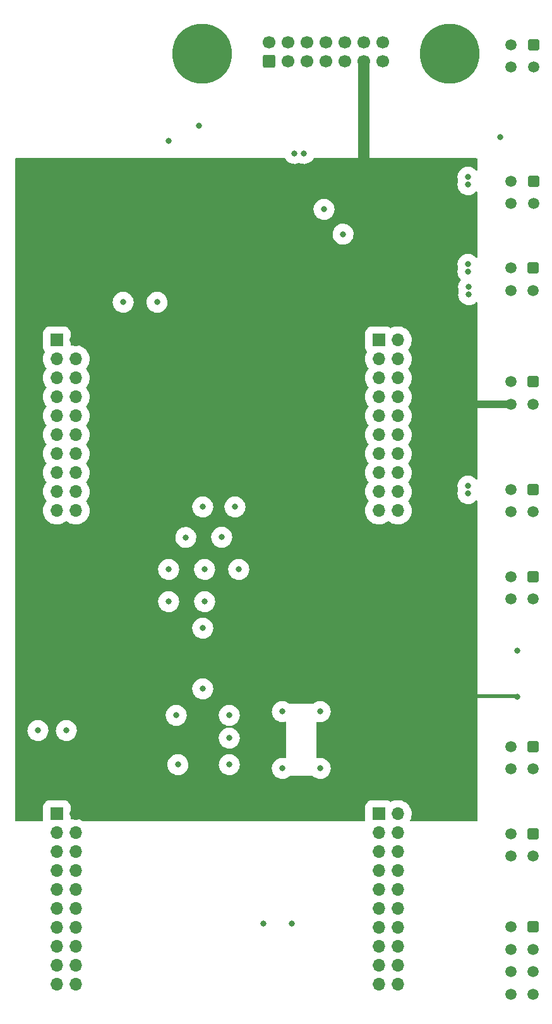
<source format=gbr>
%TF.GenerationSoftware,KiCad,Pcbnew,(6.0.1)*%
%TF.CreationDate,2022-08-22T16:21:27+03:00*%
%TF.ProjectId,Launch-Adapter,4c61756e-6368-42d4-9164-61707465722e,rev?*%
%TF.SameCoordinates,Original*%
%TF.FileFunction,Copper,L3,Inr*%
%TF.FilePolarity,Positive*%
%FSLAX46Y46*%
G04 Gerber Fmt 4.6, Leading zero omitted, Abs format (unit mm)*
G04 Created by KiCad (PCBNEW (6.0.1)) date 2022-08-22 16:21:27*
%MOMM*%
%LPD*%
G01*
G04 APERTURE LIST*
G04 Aperture macros list*
%AMRoundRect*
0 Rectangle with rounded corners*
0 $1 Rounding radius*
0 $2 $3 $4 $5 $6 $7 $8 $9 X,Y pos of 4 corners*
0 Add a 4 corners polygon primitive as box body*
4,1,4,$2,$3,$4,$5,$6,$7,$8,$9,$2,$3,0*
0 Add four circle primitives for the rounded corners*
1,1,$1+$1,$2,$3*
1,1,$1+$1,$4,$5*
1,1,$1+$1,$6,$7*
1,1,$1+$1,$8,$9*
0 Add four rect primitives between the rounded corners*
20,1,$1+$1,$2,$3,$4,$5,0*
20,1,$1+$1,$4,$5,$6,$7,0*
20,1,$1+$1,$6,$7,$8,$9,0*
20,1,$1+$1,$8,$9,$2,$3,0*%
G04 Aperture macros list end*
%TA.AperFunction,ComponentPad*%
%ADD10RoundRect,0.250001X-0.499999X0.499999X-0.499999X-0.499999X0.499999X-0.499999X0.499999X0.499999X0*%
%TD*%
%TA.AperFunction,ComponentPad*%
%ADD11C,1.500000*%
%TD*%
%TA.AperFunction,ComponentPad*%
%ADD12RoundRect,0.250000X0.600000X-0.600000X0.600000X0.600000X-0.600000X0.600000X-0.600000X-0.600000X0*%
%TD*%
%TA.AperFunction,ComponentPad*%
%ADD13C,1.700000*%
%TD*%
%TA.AperFunction,ComponentPad*%
%ADD14C,8.000000*%
%TD*%
%TA.AperFunction,ComponentPad*%
%ADD15R,1.700000X1.700000*%
%TD*%
%TA.AperFunction,ComponentPad*%
%ADD16O,1.700000X1.700000*%
%TD*%
%TA.AperFunction,ViaPad*%
%ADD17C,0.800000*%
%TD*%
%TA.AperFunction,Conductor*%
%ADD18C,0.500000*%
%TD*%
%TA.AperFunction,Conductor*%
%ADD19C,1.000000*%
%TD*%
%TA.AperFunction,Conductor*%
%ADD20C,1.500000*%
%TD*%
G04 APERTURE END LIST*
D10*
%TO.N,GND*%
%TO.C,J13*%
X126878500Y-24154000D03*
D11*
%TO.N,Net-(D1-Pad4)*%
X126878500Y-27154000D03*
%TO.N,GND*%
X123878500Y-24154000D03*
%TO.N,Net-(D1-Pad4)*%
X123878500Y-27154000D03*
%TD*%
D12*
%TO.N,RDY*%
%TO.C,J5*%
X91440000Y-26416000D03*
D13*
%TO.N,GND*%
X91440000Y-23876000D03*
%TO.N,FLT*%
X93980000Y-26416000D03*
%TO.N,GND*%
X93980000Y-23876000D03*
%TO.N,RST*%
X96520000Y-26416000D03*
%TO.N,GND*%
X96520000Y-23876000D03*
%TO.N,IN-*%
X99060000Y-26416000D03*
%TO.N,GND*%
X99060000Y-23876000D03*
%TO.N,IN+*%
X101600000Y-26416000D03*
%TO.N,GND*%
X101600000Y-23876000D03*
%TO.N,+5V*%
X104140000Y-26416000D03*
%TO.N,GND*%
X104140000Y-23876000D03*
%TO.N,+15V*%
X106680000Y-26416000D03*
%TO.N,GND*%
X106680000Y-23876000D03*
D14*
%TO.N,N/C*%
X115620000Y-25396000D03*
X82500000Y-25396000D03*
%TD*%
D10*
%TO.N,GND*%
%TO.C,J9*%
X126840000Y-54084000D03*
D11*
%TO.N,+3V3*%
X126840000Y-57084000D03*
%TO.N,GND*%
X123840000Y-54084000D03*
%TO.N,+3V3*%
X123840000Y-57084000D03*
%TD*%
D10*
%TO.N,GND2*%
%TO.C,J10*%
X126840000Y-95446000D03*
D11*
%TO.N,+5VD*%
X126840000Y-98446000D03*
%TO.N,GND2*%
X123840000Y-95446000D03*
%TO.N,+5VD*%
X123840000Y-98446000D03*
%TD*%
D10*
%TO.N,GND*%
%TO.C,J8*%
X126878500Y-42436000D03*
D11*
%TO.N,+15V*%
X126878500Y-45436000D03*
%TO.N,GND*%
X123878500Y-42436000D03*
%TO.N,+15V*%
X123878500Y-45436000D03*
%TD*%
D10*
%TO.N,GND*%
%TO.C,J6*%
X126840000Y-118214000D03*
D11*
X126840000Y-121214000D03*
%TO.N,V_IN*%
X123840000Y-118214000D03*
%TO.N,V_OUT*%
X123840000Y-121214000D03*
%TD*%
D10*
%TO.N,unconnected-(J14-Pad1)*%
%TO.C,J14*%
X126840000Y-69342000D03*
D11*
%TO.N,Temp*%
X126840000Y-72342000D03*
%TO.N,GND*%
X123840000Y-69342000D03*
%TO.N,+5V*%
X123840000Y-72342000D03*
%TD*%
D15*
%TO.N,+3V3*%
%TO.C,J2*%
X62992000Y-127254000D03*
D16*
%TO.N,+5V*%
X65532000Y-127254000D03*
%TO.N,unconnected-(J2-Pad3)*%
X62992000Y-129794000D03*
%TO.N,GND*%
X65532000Y-129794000D03*
%TO.N,unconnected-(J2-Pad5)*%
X62992000Y-132334000D03*
%TO.N,Net-(J2-Pad6)*%
X65532000Y-132334000D03*
%TO.N,unconnected-(J2-Pad7)*%
X62992000Y-134874000D03*
%TO.N,Net-(J2-Pad8)*%
X65532000Y-134874000D03*
%TO.N,unconnected-(J2-Pad9)*%
X62992000Y-137414000D03*
%TO.N,Net-(J2-Pad10)*%
X65532000Y-137414000D03*
%TO.N,unconnected-(J2-Pad11)*%
X62992000Y-139954000D03*
%TO.N,unconnected-(J2-Pad12)*%
X65532000Y-139954000D03*
%TO.N,unconnected-(J2-Pad13)*%
X62992000Y-142494000D03*
%TO.N,unconnected-(J2-Pad14)*%
X65532000Y-142494000D03*
%TO.N,unconnected-(J2-Pad15)*%
X62992000Y-145034000D03*
%TO.N,unconnected-(J2-Pad16)*%
X65532000Y-145034000D03*
%TO.N,unconnected-(J2-Pad17)*%
X62992000Y-147574000D03*
%TO.N,unconnected-(J2-Pad18)*%
X65532000Y-147574000D03*
%TO.N,unconnected-(J2-Pad19)*%
X62992000Y-150114000D03*
%TO.N,unconnected-(J2-Pad20)*%
X65532000Y-150114000D03*
%TD*%
D10*
%TO.N,GND*%
%TO.C,J12*%
X126840000Y-129898000D03*
D11*
%TO.N,I_INDUCT*%
X126840000Y-132898000D03*
%TO.N,GND*%
X123840000Y-129898000D03*
%TO.N,I_INDUCT*%
X123840000Y-132898000D03*
%TD*%
D10*
%TO.N,CANL*%
%TO.C,J11*%
X126840000Y-142392000D03*
D11*
%TO.N,GND*%
X126840000Y-145392000D03*
%TO.N,B*%
X126840000Y-148392000D03*
%TO.N,Y*%
X126840000Y-151392000D03*
%TO.N,CANH*%
X123840000Y-142392000D03*
%TO.N,GND*%
X123840000Y-145392000D03*
%TO.N,A*%
X123840000Y-148392000D03*
%TO.N,Z*%
X123840000Y-151392000D03*
%TD*%
D15*
%TO.N,unconnected-(J4-Pad1)*%
%TO.C,J4*%
X106172000Y-127254000D03*
D16*
%TO.N,unconnected-(J4-Pad2)*%
X108712000Y-127254000D03*
%TO.N,unconnected-(J4-Pad3)*%
X106172000Y-129794000D03*
%TO.N,unconnected-(J4-Pad4)*%
X108712000Y-129794000D03*
%TO.N,unconnected-(J4-Pad5)*%
X106172000Y-132334000D03*
%TO.N,unconnected-(J4-Pad6)*%
X108712000Y-132334000D03*
%TO.N,unconnected-(J4-Pad7)*%
X106172000Y-134874000D03*
%TO.N,unconnected-(J4-Pad8)*%
X108712000Y-134874000D03*
%TO.N,Net-(J4-Pad9)*%
X106172000Y-137414000D03*
%TO.N,unconnected-(J4-Pad10)*%
X108712000Y-137414000D03*
%TO.N,Net-(J4-Pad11)*%
X106172000Y-139954000D03*
%TO.N,unconnected-(J4-Pad12)*%
X108712000Y-139954000D03*
%TO.N,Net-(J4-Pad13)*%
X106172000Y-142494000D03*
%TO.N,unconnected-(J4-Pad14)*%
X108712000Y-142494000D03*
%TO.N,Net-(J4-Pad15)*%
X106172000Y-145034000D03*
%TO.N,unconnected-(J4-Pad16)*%
X108712000Y-145034000D03*
%TO.N,unconnected-(J4-Pad17)*%
X106172000Y-147574000D03*
%TO.N,unconnected-(J4-Pad18)*%
X108712000Y-147574000D03*
%TO.N,unconnected-(J4-Pad19)*%
X106172000Y-150114000D03*
%TO.N,unconnected-(J4-Pad20)*%
X108712000Y-150114000D03*
%TD*%
D15*
%TO.N,Net-(J3-Pad1)*%
%TO.C,J3*%
X106172000Y-63754000D03*
D16*
%TO.N,unconnected-(J3-Pad2)*%
X108712000Y-63754000D03*
%TO.N,unconnected-(J3-Pad3)*%
X106172000Y-66294000D03*
%TO.N,unconnected-(J3-Pad4)*%
X108712000Y-66294000D03*
%TO.N,Net-(J3-Pad5)*%
X106172000Y-68834000D03*
%TO.N,unconnected-(J3-Pad6)*%
X108712000Y-68834000D03*
%TO.N,unconnected-(J3-Pad7)*%
X106172000Y-71374000D03*
%TO.N,unconnected-(J3-Pad8)*%
X108712000Y-71374000D03*
%TO.N,Net-(J3-Pad9)*%
X106172000Y-73914000D03*
%TO.N,unconnected-(J3-Pad10)*%
X108712000Y-73914000D03*
%TO.N,unconnected-(J3-Pad11)*%
X106172000Y-76454000D03*
%TO.N,unconnected-(J3-Pad12)*%
X108712000Y-76454000D03*
%TO.N,RST*%
X106172000Y-78994000D03*
%TO.N,unconnected-(J3-Pad14)*%
X108712000Y-78994000D03*
%TO.N,FLT*%
X106172000Y-81534000D03*
%TO.N,unconnected-(J3-Pad16)*%
X108712000Y-81534000D03*
%TO.N,unconnected-(J3-Pad17)*%
X106172000Y-84074000D03*
%TO.N,Relay_Control*%
X108712000Y-84074000D03*
%TO.N,unconnected-(J3-Pad19)*%
X106172000Y-86614000D03*
%TO.N,RDY*%
X108712000Y-86614000D03*
%TD*%
D10*
%TO.N,GND*%
%TO.C,J7*%
X126840000Y-83764500D03*
D11*
%TO.N,+5V*%
X126840000Y-86764500D03*
%TO.N,GND*%
X123840000Y-83764500D03*
%TO.N,+5V*%
X123840000Y-86764500D03*
%TD*%
D15*
%TO.N,+3V3*%
%TO.C,J1*%
X62992000Y-63754000D03*
D16*
%TO.N,+5V*%
X65532000Y-63754000D03*
%TO.N,unconnected-(J1-Pad3)*%
X62992000Y-66294000D03*
%TO.N,GND*%
X65532000Y-66294000D03*
%TO.N,TXD*%
X62992000Y-68834000D03*
%TO.N,Net-(J1-Pad6)*%
X65532000Y-68834000D03*
%TO.N,RXD*%
X62992000Y-71374000D03*
%TO.N,Net-(J1-Pad8)*%
X65532000Y-71374000D03*
%TO.N,unconnected-(J1-Pad9)*%
X62992000Y-73914000D03*
%TO.N,Net-(J1-Pad10)*%
X65532000Y-73914000D03*
%TO.N,unconnected-(J1-Pad11)*%
X62992000Y-76454000D03*
%TO.N,unconnected-(J1-Pad12)*%
X65532000Y-76454000D03*
%TO.N,unconnected-(J1-Pad13)*%
X62992000Y-78994000D03*
%TO.N,Net-(J1-Pad14)*%
X65532000Y-78994000D03*
%TO.N,unconnected-(J1-Pad15)*%
X62992000Y-81534000D03*
%TO.N,Net-(J1-Pad16)*%
X65532000Y-81534000D03*
%TO.N,unconnected-(J1-Pad17)*%
X62992000Y-84074000D03*
%TO.N,Net-(J1-Pad18)*%
X65532000Y-84074000D03*
%TO.N,unconnected-(J1-Pad19)*%
X62992000Y-86614000D03*
%TO.N,Net-(J1-Pad20)*%
X65532000Y-86614000D03*
%TD*%
D17*
%TO.N,+5V*%
X118110000Y-86360000D03*
X124705000Y-111515000D03*
X92267000Y-40959000D03*
X118110000Y-87376000D03*
%TO.N,+3V3*%
X82550000Y-102362000D03*
X93218000Y-121158000D03*
X94488000Y-141986000D03*
X71882000Y-58674000D03*
X118204000Y-56642000D03*
X122428000Y-36576000D03*
X118204000Y-57658000D03*
%TO.N,+5VD*%
X98298000Y-121158000D03*
%TO.N,GND2*%
X98298000Y-113538000D03*
%TO.N,Temp*%
X86106000Y-117094000D03*
%TO.N,GND*%
X76438000Y-58674000D03*
X82804000Y-98806000D03*
X77978000Y-98806000D03*
X90678000Y-141986000D03*
X86106000Y-120650000D03*
X82042000Y-35052000D03*
X93218000Y-113538000D03*
X87376000Y-94488000D03*
X98806000Y-46228000D03*
X79226500Y-120650000D03*
X118110000Y-42926000D03*
X82550000Y-110490000D03*
X78994000Y-114046000D03*
X118110000Y-83312000D03*
X82801250Y-94485250D03*
X118110000Y-84328000D03*
X77978000Y-94488000D03*
X118110000Y-41910000D03*
X118110000Y-54610000D03*
X124714000Y-105410000D03*
X86106000Y-114046000D03*
X118110000Y-53594000D03*
%TO.N,Temp_ADC*%
X86868000Y-86106000D03*
X82550000Y-86106000D03*
%TO.N,IN-*%
X94869000Y-38735000D03*
%TO.N,IN+*%
X96139000Y-38735000D03*
%TO.N,V_OUT*%
X80285500Y-90191500D03*
%TO.N,V_IN*%
X85090000Y-90170000D03*
%TO.N,PWM_IN*%
X101362000Y-49546000D03*
%TO.N,TXD*%
X64262000Y-116078000D03*
X60452000Y-116078000D03*
%TO.N,Net-(D1-Pad4)*%
X77978000Y-37084000D03*
%TD*%
D18*
%TO.N,+5V*%
X124705000Y-111515000D02*
X124696000Y-111506000D01*
D19*
X118666000Y-72342000D02*
X118618000Y-72390000D01*
D20*
X104140000Y-26416000D02*
X104140000Y-39878000D01*
D19*
X123840000Y-72342000D02*
X118666000Y-72342000D01*
D18*
X124696000Y-111506000D02*
X118618000Y-111506000D01*
%TD*%
%TA.AperFunction,Conductor*%
%TO.N,+5V*%
G36*
X93613053Y-39390002D02*
G01*
X93652364Y-39430165D01*
X93732276Y-39560568D01*
X93732279Y-39560573D01*
X93734979Y-39564978D01*
X93885763Y-39739048D01*
X94062953Y-39886154D01*
X94261790Y-40002345D01*
X94266615Y-40004187D01*
X94266616Y-40004188D01*
X94340962Y-40032578D01*
X94476934Y-40084501D01*
X94482000Y-40085532D01*
X94482001Y-40085532D01*
X94582697Y-40106018D01*
X94702607Y-40130414D01*
X94832352Y-40135172D01*
X94927585Y-40138664D01*
X94927589Y-40138664D01*
X94932749Y-40138853D01*
X94937869Y-40138197D01*
X94937871Y-40138197D01*
X95007272Y-40129307D01*
X95161178Y-40109591D01*
X95166126Y-40108106D01*
X95166133Y-40108105D01*
X95376811Y-40044898D01*
X95376810Y-40044898D01*
X95381761Y-40043413D01*
X95445390Y-40012241D01*
X95515361Y-40000235D01*
X95545768Y-40007683D01*
X95746934Y-40084501D01*
X95752000Y-40085532D01*
X95752001Y-40085532D01*
X95852697Y-40106018D01*
X95972607Y-40130414D01*
X96102352Y-40135172D01*
X96197585Y-40138664D01*
X96197589Y-40138664D01*
X96202749Y-40138853D01*
X96207869Y-40138197D01*
X96207871Y-40138197D01*
X96277272Y-40129307D01*
X96431178Y-40109591D01*
X96436126Y-40108106D01*
X96436133Y-40108105D01*
X96646811Y-40044898D01*
X96646810Y-40044898D01*
X96651761Y-40043413D01*
X96858574Y-39942096D01*
X97046062Y-39808363D01*
X97209190Y-39645803D01*
X97267269Y-39564978D01*
X97340559Y-39462983D01*
X97343577Y-39458783D01*
X97352776Y-39440171D01*
X97400890Y-39387965D01*
X97465732Y-39370000D01*
X119254000Y-39370000D01*
X119322121Y-39390002D01*
X119368614Y-39443658D01*
X119380000Y-39496000D01*
X119380000Y-40898969D01*
X119359998Y-40967090D01*
X119306342Y-41013583D01*
X119236068Y-41023687D01*
X119171488Y-40994193D01*
X119160807Y-40983769D01*
X119071890Y-40886051D01*
X119071889Y-40886050D01*
X119068412Y-40882229D01*
X119064361Y-40879030D01*
X119064357Y-40879026D01*
X118891735Y-40742697D01*
X118891730Y-40742693D01*
X118887681Y-40739496D01*
X118883165Y-40737003D01*
X118883162Y-40737001D01*
X118690589Y-40630695D01*
X118690585Y-40630693D01*
X118686065Y-40628198D01*
X118681196Y-40626474D01*
X118681192Y-40626472D01*
X118473853Y-40553049D01*
X118473849Y-40553048D01*
X118468978Y-40551323D01*
X118463885Y-40550416D01*
X118463882Y-40550415D01*
X118367707Y-40533284D01*
X118242250Y-40510937D01*
X118155802Y-40509881D01*
X118017141Y-40508186D01*
X118017139Y-40508186D01*
X118011971Y-40508123D01*
X117784325Y-40542958D01*
X117565424Y-40614506D01*
X117361149Y-40720845D01*
X117176984Y-40859119D01*
X117017877Y-41025616D01*
X116888099Y-41215863D01*
X116885923Y-41220552D01*
X116885919Y-41220558D01*
X116874145Y-41245924D01*
X116791136Y-41424752D01*
X116729592Y-41646673D01*
X116705119Y-41875665D01*
X116718376Y-42105580D01*
X116719513Y-42110626D01*
X116719514Y-42110632D01*
X116741226Y-42206975D01*
X116769006Y-42330242D01*
X116770950Y-42335029D01*
X116770951Y-42335033D01*
X116784228Y-42367731D01*
X116791324Y-42438372D01*
X116788906Y-42448793D01*
X116729592Y-42662673D01*
X116705119Y-42891665D01*
X116718376Y-43121580D01*
X116719513Y-43126626D01*
X116719514Y-43126632D01*
X116741226Y-43222975D01*
X116769006Y-43346242D01*
X116855649Y-43559618D01*
X116975979Y-43755978D01*
X117126763Y-43930048D01*
X117303953Y-44077154D01*
X117502790Y-44193345D01*
X117717934Y-44275501D01*
X117723000Y-44276532D01*
X117723001Y-44276532D01*
X117823697Y-44297018D01*
X117943607Y-44321414D01*
X118073352Y-44326172D01*
X118168585Y-44329664D01*
X118168589Y-44329664D01*
X118173749Y-44329853D01*
X118178869Y-44329197D01*
X118178871Y-44329197D01*
X118248272Y-44320307D01*
X118402178Y-44300591D01*
X118407126Y-44299106D01*
X118407133Y-44299105D01*
X118617811Y-44235898D01*
X118617810Y-44235898D01*
X118622761Y-44234413D01*
X118829574Y-44133096D01*
X119017062Y-43999363D01*
X119165061Y-43851880D01*
X119227431Y-43817964D01*
X119298238Y-43823152D01*
X119355000Y-43865798D01*
X119379694Y-43932361D01*
X119380000Y-43941131D01*
X119380000Y-52582969D01*
X119359998Y-52651090D01*
X119306342Y-52697583D01*
X119236068Y-52707687D01*
X119171488Y-52678193D01*
X119160807Y-52667769D01*
X119071890Y-52570051D01*
X119071889Y-52570050D01*
X119068412Y-52566229D01*
X119064361Y-52563030D01*
X119064357Y-52563026D01*
X118891735Y-52426697D01*
X118891730Y-52426693D01*
X118887681Y-52423496D01*
X118883165Y-52421003D01*
X118883162Y-52421001D01*
X118690589Y-52314695D01*
X118690585Y-52314693D01*
X118686065Y-52312198D01*
X118681196Y-52310474D01*
X118681192Y-52310472D01*
X118473853Y-52237049D01*
X118473849Y-52237048D01*
X118468978Y-52235323D01*
X118463885Y-52234416D01*
X118463882Y-52234415D01*
X118367707Y-52217284D01*
X118242250Y-52194937D01*
X118155802Y-52193881D01*
X118017141Y-52192186D01*
X118017139Y-52192186D01*
X118011971Y-52192123D01*
X117784325Y-52226958D01*
X117565424Y-52298506D01*
X117361149Y-52404845D01*
X117176984Y-52543119D01*
X117017877Y-52709616D01*
X116888099Y-52899863D01*
X116885923Y-52904552D01*
X116885919Y-52904558D01*
X116874145Y-52929924D01*
X116791136Y-53108752D01*
X116729592Y-53330673D01*
X116705119Y-53559665D01*
X116718376Y-53789580D01*
X116719513Y-53794626D01*
X116719514Y-53794632D01*
X116741226Y-53890975D01*
X116769006Y-54014242D01*
X116770950Y-54019029D01*
X116770951Y-54019033D01*
X116784228Y-54051731D01*
X116791324Y-54122372D01*
X116788906Y-54132793D01*
X116729592Y-54346673D01*
X116705119Y-54575665D01*
X116718376Y-54805580D01*
X116719513Y-54810626D01*
X116719514Y-54810632D01*
X116741226Y-54906975D01*
X116769006Y-55030242D01*
X116855649Y-55243618D01*
X116975979Y-55439978D01*
X116979360Y-55443881D01*
X116979365Y-55443888D01*
X117110337Y-55595086D01*
X117139820Y-55659671D01*
X117129705Y-55729943D01*
X117113828Y-55755574D01*
X117111877Y-55757616D01*
X116982099Y-55947863D01*
X116979923Y-55952552D01*
X116979919Y-55952558D01*
X116968145Y-55977924D01*
X116885136Y-56156752D01*
X116823592Y-56378673D01*
X116799119Y-56607665D01*
X116812376Y-56837580D01*
X116813513Y-56842626D01*
X116813514Y-56842632D01*
X116835226Y-56938975D01*
X116863006Y-57062242D01*
X116864950Y-57067029D01*
X116864951Y-57067033D01*
X116878228Y-57099731D01*
X116885324Y-57170372D01*
X116882906Y-57180793D01*
X116823592Y-57394673D01*
X116823043Y-57399810D01*
X116811620Y-57506697D01*
X116799119Y-57623665D01*
X116812376Y-57853580D01*
X116813513Y-57858626D01*
X116813514Y-57858632D01*
X116835226Y-57954975D01*
X116863006Y-58078242D01*
X116864948Y-58083024D01*
X116864949Y-58083028D01*
X116923058Y-58226132D01*
X116949649Y-58291618D01*
X117069979Y-58487978D01*
X117220763Y-58662048D01*
X117397953Y-58809154D01*
X117596790Y-58925345D01*
X117811934Y-59007501D01*
X117817000Y-59008532D01*
X117817001Y-59008532D01*
X117917697Y-59029018D01*
X118037607Y-59053414D01*
X118167352Y-59058172D01*
X118262585Y-59061664D01*
X118262589Y-59061664D01*
X118267749Y-59061853D01*
X118272869Y-59061197D01*
X118272871Y-59061197D01*
X118342272Y-59052307D01*
X118496178Y-59032591D01*
X118501126Y-59031106D01*
X118501133Y-59031105D01*
X118711811Y-58967898D01*
X118711810Y-58967898D01*
X118716761Y-58966413D01*
X118923574Y-58865096D01*
X119111062Y-58731363D01*
X119165060Y-58677553D01*
X119227432Y-58643637D01*
X119298238Y-58648825D01*
X119355000Y-58691471D01*
X119379694Y-58758034D01*
X119380000Y-58766804D01*
X119380000Y-82300969D01*
X119359998Y-82369090D01*
X119306342Y-82415583D01*
X119236068Y-82425687D01*
X119171488Y-82396193D01*
X119160807Y-82385769D01*
X119071890Y-82288051D01*
X119071889Y-82288050D01*
X119068412Y-82284229D01*
X119064361Y-82281030D01*
X119064357Y-82281026D01*
X118891735Y-82144697D01*
X118891730Y-82144693D01*
X118887681Y-82141496D01*
X118883165Y-82139003D01*
X118883162Y-82139001D01*
X118690589Y-82032695D01*
X118690585Y-82032693D01*
X118686065Y-82030198D01*
X118681196Y-82028474D01*
X118681192Y-82028472D01*
X118473853Y-81955049D01*
X118473849Y-81955048D01*
X118468978Y-81953323D01*
X118463885Y-81952416D01*
X118463882Y-81952415D01*
X118367707Y-81935284D01*
X118242250Y-81912937D01*
X118155802Y-81911881D01*
X118017141Y-81910186D01*
X118017139Y-81910186D01*
X118011971Y-81910123D01*
X117784325Y-81944958D01*
X117565424Y-82016506D01*
X117361149Y-82122845D01*
X117176984Y-82261119D01*
X117017877Y-82427616D01*
X116888099Y-82617863D01*
X116885923Y-82622552D01*
X116885919Y-82622558D01*
X116800835Y-82805857D01*
X116791136Y-82826752D01*
X116789752Y-82831744D01*
X116733369Y-83035055D01*
X116729592Y-83048673D01*
X116729043Y-83053810D01*
X116706801Y-83261930D01*
X116705119Y-83277665D01*
X116718376Y-83507580D01*
X116719513Y-83512626D01*
X116719514Y-83512632D01*
X116741226Y-83608975D01*
X116769006Y-83732242D01*
X116770950Y-83737029D01*
X116770951Y-83737033D01*
X116784228Y-83769731D01*
X116791324Y-83840372D01*
X116788906Y-83850793D01*
X116729592Y-84064673D01*
X116729043Y-84069810D01*
X116706370Y-84281962D01*
X116705119Y-84293665D01*
X116718376Y-84523580D01*
X116719513Y-84528626D01*
X116719514Y-84528632D01*
X116720047Y-84530996D01*
X116769006Y-84748242D01*
X116770948Y-84753024D01*
X116770949Y-84753028D01*
X116853705Y-84956831D01*
X116855649Y-84961618D01*
X116975979Y-85157978D01*
X117126763Y-85332048D01*
X117303953Y-85479154D01*
X117502790Y-85595345D01*
X117717934Y-85677501D01*
X117723000Y-85678532D01*
X117723001Y-85678532D01*
X117823697Y-85699018D01*
X117943607Y-85723414D01*
X118073352Y-85728172D01*
X118168585Y-85731664D01*
X118168589Y-85731664D01*
X118173749Y-85731853D01*
X118178869Y-85731197D01*
X118178871Y-85731197D01*
X118248272Y-85722307D01*
X118402178Y-85702591D01*
X118407126Y-85701106D01*
X118407133Y-85701105D01*
X118617811Y-85637898D01*
X118617810Y-85637898D01*
X118622761Y-85636413D01*
X118829574Y-85535096D01*
X119017062Y-85401363D01*
X119165061Y-85253880D01*
X119227431Y-85219964D01*
X119298238Y-85225152D01*
X119355000Y-85267798D01*
X119379694Y-85334361D01*
X119380000Y-85343131D01*
X119380000Y-128144000D01*
X119359998Y-128212121D01*
X119306342Y-128258614D01*
X119254000Y-128270000D01*
X110479676Y-128270000D01*
X110411555Y-128249998D01*
X110365062Y-128196342D01*
X110354958Y-128126068D01*
X110364435Y-128093053D01*
X110455749Y-127886503D01*
X110457547Y-127882436D01*
X110528681Y-127630216D01*
X110563566Y-127370491D01*
X110567227Y-127254000D01*
X110548719Y-126992596D01*
X110493563Y-126736408D01*
X110402860Y-126490547D01*
X110278420Y-126259920D01*
X110253303Y-126225913D01*
X110125370Y-126052706D01*
X110122726Y-126049126D01*
X109938884Y-125862374D01*
X109870336Y-125810060D01*
X109734107Y-125706093D01*
X109734103Y-125706090D01*
X109730562Y-125703388D01*
X109501917Y-125575340D01*
X109497768Y-125573735D01*
X109497764Y-125573733D01*
X109350196Y-125516644D01*
X109257512Y-125480787D01*
X109253191Y-125479785D01*
X109253183Y-125479783D01*
X109085069Y-125440817D01*
X109002221Y-125421614D01*
X108741141Y-125399002D01*
X108736706Y-125399246D01*
X108736702Y-125399246D01*
X108483921Y-125413157D01*
X108483914Y-125413158D01*
X108479478Y-125413402D01*
X108222456Y-125464527D01*
X108218246Y-125466005D01*
X108218244Y-125466006D01*
X108073497Y-125516838D01*
X107975201Y-125551357D01*
X107971250Y-125553410D01*
X107971244Y-125553412D01*
X107794809Y-125645063D01*
X107725137Y-125658715D01*
X107657091Y-125630892D01*
X107591647Y-125577518D01*
X107575596Y-125564427D01*
X107395470Y-125470259D01*
X107200087Y-125414234D01*
X107168455Y-125411411D01*
X107082609Y-125403749D01*
X107082603Y-125403749D01*
X107079816Y-125403500D01*
X105264184Y-125403500D01*
X105261397Y-125403749D01*
X105261391Y-125403749D01*
X105175545Y-125411411D01*
X105143913Y-125414234D01*
X104948530Y-125470259D01*
X104768404Y-125564427D01*
X104763461Y-125568458D01*
X104763460Y-125568459D01*
X104669534Y-125645063D01*
X104610891Y-125692891D01*
X104482427Y-125850404D01*
X104388259Y-126030530D01*
X104332234Y-126225913D01*
X104321500Y-126346184D01*
X104321500Y-128144000D01*
X104301498Y-128212121D01*
X104247842Y-128258614D01*
X104195500Y-128270000D01*
X66628019Y-128270000D01*
X66559898Y-128249998D01*
X66557641Y-128248415D01*
X66554108Y-128246094D01*
X66550562Y-128243388D01*
X66321917Y-128115340D01*
X66317768Y-128113735D01*
X66317764Y-128113733D01*
X66170196Y-128056644D01*
X66077512Y-128020787D01*
X66073191Y-128019785D01*
X66073183Y-128019783D01*
X65905069Y-127980817D01*
X65822221Y-127961614D01*
X65561141Y-127939002D01*
X65556706Y-127939246D01*
X65556702Y-127939246D01*
X65303921Y-127953157D01*
X65303914Y-127953158D01*
X65299478Y-127953402D01*
X65042456Y-128004527D01*
X65010247Y-128015838D01*
X64939347Y-128019536D01*
X64877703Y-127984316D01*
X64844886Y-127921359D01*
X64842500Y-127896955D01*
X64842500Y-126346184D01*
X64831766Y-126225913D01*
X64775741Y-126030530D01*
X64681573Y-125850404D01*
X64553109Y-125692891D01*
X64494466Y-125645063D01*
X64400540Y-125568459D01*
X64400539Y-125568458D01*
X64395596Y-125564427D01*
X64215470Y-125470259D01*
X64020087Y-125414234D01*
X63988455Y-125411411D01*
X63902609Y-125403749D01*
X63902603Y-125403749D01*
X63899816Y-125403500D01*
X62084184Y-125403500D01*
X62081397Y-125403749D01*
X62081391Y-125403749D01*
X61995545Y-125411411D01*
X61963913Y-125414234D01*
X61768530Y-125470259D01*
X61588404Y-125564427D01*
X61583461Y-125568458D01*
X61583460Y-125568459D01*
X61489534Y-125645063D01*
X61430891Y-125692891D01*
X61302427Y-125850404D01*
X61208259Y-126030530D01*
X61152234Y-126225913D01*
X61141500Y-126346184D01*
X61141500Y-128144000D01*
X61121498Y-128212121D01*
X61067842Y-128258614D01*
X61015500Y-128270000D01*
X57514000Y-128270000D01*
X57445879Y-128249998D01*
X57399386Y-128196342D01*
X57388000Y-128144000D01*
X57388000Y-120615665D01*
X77821619Y-120615665D01*
X77821916Y-120620817D01*
X77821916Y-120620821D01*
X77826504Y-120700381D01*
X77834876Y-120845580D01*
X77836013Y-120850626D01*
X77836014Y-120850632D01*
X77857726Y-120946975D01*
X77885506Y-121070242D01*
X77887448Y-121075024D01*
X77887449Y-121075028D01*
X77924927Y-121167325D01*
X77972149Y-121283618D01*
X78092479Y-121479978D01*
X78243263Y-121654048D01*
X78420453Y-121801154D01*
X78619290Y-121917345D01*
X78834434Y-121999501D01*
X78839500Y-122000532D01*
X78839501Y-122000532D01*
X78940197Y-122021018D01*
X79060107Y-122045414D01*
X79189852Y-122050172D01*
X79285085Y-122053664D01*
X79285089Y-122053664D01*
X79290249Y-122053853D01*
X79295369Y-122053197D01*
X79295371Y-122053197D01*
X79364772Y-122044307D01*
X79518678Y-122024591D01*
X79523626Y-122023106D01*
X79523633Y-122023105D01*
X79734311Y-121959898D01*
X79734310Y-121959898D01*
X79739261Y-121958413D01*
X79946074Y-121857096D01*
X80133562Y-121723363D01*
X80296690Y-121560803D01*
X80354769Y-121479978D01*
X80428059Y-121377983D01*
X80431077Y-121373783D01*
X80533115Y-121167325D01*
X80564143Y-121065200D01*
X80598559Y-120951927D01*
X80598560Y-120951921D01*
X80600063Y-120946975D01*
X80630122Y-120718649D01*
X80631800Y-120650000D01*
X80628977Y-120615665D01*
X84701119Y-120615665D01*
X84701416Y-120620817D01*
X84701416Y-120620821D01*
X84706004Y-120700381D01*
X84714376Y-120845580D01*
X84715513Y-120850626D01*
X84715514Y-120850632D01*
X84737226Y-120946975D01*
X84765006Y-121070242D01*
X84766948Y-121075024D01*
X84766949Y-121075028D01*
X84804427Y-121167325D01*
X84851649Y-121283618D01*
X84971979Y-121479978D01*
X85122763Y-121654048D01*
X85299953Y-121801154D01*
X85498790Y-121917345D01*
X85713934Y-121999501D01*
X85719000Y-122000532D01*
X85719001Y-122000532D01*
X85819697Y-122021018D01*
X85939607Y-122045414D01*
X86069352Y-122050172D01*
X86164585Y-122053664D01*
X86164589Y-122053664D01*
X86169749Y-122053853D01*
X86174869Y-122053197D01*
X86174871Y-122053197D01*
X86244272Y-122044307D01*
X86398178Y-122024591D01*
X86403126Y-122023106D01*
X86403133Y-122023105D01*
X86613811Y-121959898D01*
X86613810Y-121959898D01*
X86618761Y-121958413D01*
X86825574Y-121857096D01*
X87013062Y-121723363D01*
X87176190Y-121560803D01*
X87234269Y-121479978D01*
X87307559Y-121377983D01*
X87310577Y-121373783D01*
X87412615Y-121167325D01*
X87425880Y-121123665D01*
X91813119Y-121123665D01*
X91813416Y-121128817D01*
X91813416Y-121128821D01*
X91815351Y-121162371D01*
X91826376Y-121353580D01*
X91827513Y-121358626D01*
X91827514Y-121358632D01*
X91849226Y-121454975D01*
X91877006Y-121578242D01*
X91878948Y-121583024D01*
X91878949Y-121583028D01*
X91937151Y-121726361D01*
X91963649Y-121791618D01*
X92083979Y-121987978D01*
X92234763Y-122162048D01*
X92411953Y-122309154D01*
X92610790Y-122425345D01*
X92825934Y-122507501D01*
X92831000Y-122508532D01*
X92831001Y-122508532D01*
X92931697Y-122529018D01*
X93051607Y-122553414D01*
X93181352Y-122558172D01*
X93276585Y-122561664D01*
X93276589Y-122561664D01*
X93281749Y-122561853D01*
X93286869Y-122561197D01*
X93286871Y-122561197D01*
X93356272Y-122552307D01*
X93510178Y-122532591D01*
X93515126Y-122531106D01*
X93515133Y-122531105D01*
X93725811Y-122467898D01*
X93725810Y-122467898D01*
X93730761Y-122466413D01*
X93937574Y-122365096D01*
X94020636Y-122305849D01*
X94120854Y-122234365D01*
X94120859Y-122234361D01*
X94125062Y-122231363D01*
X94145749Y-122210748D01*
X94208118Y-122176833D01*
X94234687Y-122174000D01*
X97283672Y-122174000D01*
X97351793Y-122194002D01*
X97364157Y-122203056D01*
X97491953Y-122309154D01*
X97690790Y-122425345D01*
X97905934Y-122507501D01*
X97911000Y-122508532D01*
X97911001Y-122508532D01*
X98011697Y-122529018D01*
X98131607Y-122553414D01*
X98261352Y-122558172D01*
X98356585Y-122561664D01*
X98356589Y-122561664D01*
X98361749Y-122561853D01*
X98366869Y-122561197D01*
X98366871Y-122561197D01*
X98436272Y-122552307D01*
X98590178Y-122532591D01*
X98595126Y-122531106D01*
X98595133Y-122531105D01*
X98805811Y-122467898D01*
X98805810Y-122467898D01*
X98810761Y-122466413D01*
X99017574Y-122365096D01*
X99205062Y-122231363D01*
X99368190Y-122068803D01*
X99379069Y-122053664D01*
X99499559Y-121885983D01*
X99502577Y-121881783D01*
X99604615Y-121675325D01*
X99635643Y-121573200D01*
X99670059Y-121459927D01*
X99670060Y-121459921D01*
X99671563Y-121454975D01*
X99701622Y-121226649D01*
X99703300Y-121158000D01*
X99684430Y-120928478D01*
X99628326Y-120705120D01*
X99536496Y-120493924D01*
X99411405Y-120300563D01*
X99390774Y-120277889D01*
X99259890Y-120134051D01*
X99259889Y-120134050D01*
X99256412Y-120130229D01*
X99252361Y-120127030D01*
X99252357Y-120127026D01*
X99079735Y-119990697D01*
X99079730Y-119990693D01*
X99075681Y-119987496D01*
X99071165Y-119985003D01*
X99071162Y-119985001D01*
X98878589Y-119878695D01*
X98878585Y-119878693D01*
X98874065Y-119876198D01*
X98869196Y-119874474D01*
X98869192Y-119874472D01*
X98661853Y-119801049D01*
X98661849Y-119801048D01*
X98656978Y-119799323D01*
X98651885Y-119798416D01*
X98651882Y-119798415D01*
X98555707Y-119781284D01*
X98430250Y-119758937D01*
X98343802Y-119757881D01*
X98205141Y-119756186D01*
X98205139Y-119756186D01*
X98199971Y-119756123D01*
X97972325Y-119790958D01*
X97955143Y-119796574D01*
X97884179Y-119798724D01*
X97823318Y-119762167D01*
X97791883Y-119698509D01*
X97790000Y-119676808D01*
X97790000Y-115018131D01*
X97810002Y-114950010D01*
X97863658Y-114903517D01*
X97933932Y-114893413D01*
X97941120Y-114894660D01*
X98032486Y-114913248D01*
X98131607Y-114933414D01*
X98261352Y-114938172D01*
X98356585Y-114941664D01*
X98356589Y-114941664D01*
X98361749Y-114941853D01*
X98366869Y-114941197D01*
X98366871Y-114941197D01*
X98436272Y-114932307D01*
X98590178Y-114912591D01*
X98595126Y-114911106D01*
X98595133Y-114911105D01*
X98805811Y-114847898D01*
X98805810Y-114847898D01*
X98810761Y-114846413D01*
X99017574Y-114745096D01*
X99205062Y-114611363D01*
X99368190Y-114448803D01*
X99426269Y-114367978D01*
X99499559Y-114265983D01*
X99502577Y-114261783D01*
X99604615Y-114055325D01*
X99635643Y-113953200D01*
X99670059Y-113839927D01*
X99670060Y-113839921D01*
X99671563Y-113834975D01*
X99701622Y-113606649D01*
X99703300Y-113538000D01*
X99684430Y-113308478D01*
X99628326Y-113085120D01*
X99574750Y-112961903D01*
X99538556Y-112878661D01*
X99538554Y-112878658D01*
X99536496Y-112873924D01*
X99416895Y-112689049D01*
X99414215Y-112684906D01*
X99414213Y-112684903D01*
X99411405Y-112680563D01*
X99390774Y-112657889D01*
X99259890Y-112514051D01*
X99259889Y-112514050D01*
X99256412Y-112510229D01*
X99252361Y-112507030D01*
X99252357Y-112507026D01*
X99079735Y-112370697D01*
X99079730Y-112370693D01*
X99075681Y-112367496D01*
X99071165Y-112365003D01*
X99071162Y-112365001D01*
X98878589Y-112258695D01*
X98878585Y-112258693D01*
X98874065Y-112256198D01*
X98869196Y-112254474D01*
X98869192Y-112254472D01*
X98661853Y-112181049D01*
X98661849Y-112181048D01*
X98656978Y-112179323D01*
X98651885Y-112178416D01*
X98651882Y-112178415D01*
X98555707Y-112161284D01*
X98430250Y-112138937D01*
X98343802Y-112137881D01*
X98205141Y-112136186D01*
X98205139Y-112136186D01*
X98199971Y-112136123D01*
X97972325Y-112170958D01*
X97753424Y-112242506D01*
X97549149Y-112348845D01*
X97364984Y-112487119D01*
X97361932Y-112490313D01*
X97297912Y-112520491D01*
X97278472Y-112522000D01*
X94235071Y-112522000D01*
X94166950Y-112501998D01*
X94156979Y-112494882D01*
X94147150Y-112487119D01*
X93995681Y-112367496D01*
X93991165Y-112365003D01*
X93991162Y-112365001D01*
X93798589Y-112258695D01*
X93798585Y-112258693D01*
X93794065Y-112256198D01*
X93789196Y-112254474D01*
X93789192Y-112254472D01*
X93581853Y-112181049D01*
X93581849Y-112181048D01*
X93576978Y-112179323D01*
X93571885Y-112178416D01*
X93571882Y-112178415D01*
X93475707Y-112161284D01*
X93350250Y-112138937D01*
X93263802Y-112137881D01*
X93125141Y-112136186D01*
X93125139Y-112136186D01*
X93119971Y-112136123D01*
X92892325Y-112170958D01*
X92673424Y-112242506D01*
X92469149Y-112348845D01*
X92284984Y-112487119D01*
X92125877Y-112653616D01*
X92122963Y-112657888D01*
X92122962Y-112657889D01*
X92101706Y-112689049D01*
X91996099Y-112843863D01*
X91993923Y-112848552D01*
X91993919Y-112848558D01*
X91915161Y-113018229D01*
X91899136Y-113052752D01*
X91837592Y-113274673D01*
X91837043Y-113279810D01*
X91825624Y-113386661D01*
X91813119Y-113503665D01*
X91813416Y-113508817D01*
X91813416Y-113508821D01*
X91818004Y-113588381D01*
X91826376Y-113733580D01*
X91827513Y-113738626D01*
X91827514Y-113738632D01*
X91849226Y-113834975D01*
X91877006Y-113958242D01*
X91878948Y-113963024D01*
X91878949Y-113963028D01*
X91916427Y-114055325D01*
X91963649Y-114171618D01*
X92083979Y-114367978D01*
X92234763Y-114542048D01*
X92411953Y-114689154D01*
X92610790Y-114805345D01*
X92825934Y-114887501D01*
X92831000Y-114888532D01*
X92831001Y-114888532D01*
X92924214Y-114907496D01*
X93051607Y-114933414D01*
X93181352Y-114938172D01*
X93276585Y-114941664D01*
X93276589Y-114941664D01*
X93281749Y-114941853D01*
X93286869Y-114941197D01*
X93286871Y-114941197D01*
X93505050Y-114913248D01*
X93505051Y-114913248D01*
X93510178Y-114912591D01*
X93515129Y-114911106D01*
X93515132Y-114911105D01*
X93563793Y-114896506D01*
X93634788Y-114896090D01*
X93694738Y-114934122D01*
X93724610Y-114998528D01*
X93726000Y-115017192D01*
X93726000Y-119675521D01*
X93705998Y-119743642D01*
X93652342Y-119790135D01*
X93582068Y-119800239D01*
X93576999Y-119799207D01*
X93576978Y-119799323D01*
X93350250Y-119758937D01*
X93263802Y-119757881D01*
X93125141Y-119756186D01*
X93125139Y-119756186D01*
X93119971Y-119756123D01*
X92892325Y-119790958D01*
X92673424Y-119862506D01*
X92469149Y-119968845D01*
X92284984Y-120107119D01*
X92125877Y-120273616D01*
X91996099Y-120463863D01*
X91993923Y-120468552D01*
X91993919Y-120468558D01*
X91901315Y-120668057D01*
X91899136Y-120672752D01*
X91837592Y-120894673D01*
X91813119Y-121123665D01*
X87425880Y-121123665D01*
X87443643Y-121065200D01*
X87478059Y-120951927D01*
X87478060Y-120951921D01*
X87479563Y-120946975D01*
X87509622Y-120718649D01*
X87511300Y-120650000D01*
X87492430Y-120420478D01*
X87436326Y-120197120D01*
X87382750Y-120073903D01*
X87346556Y-119990661D01*
X87346554Y-119990658D01*
X87344496Y-119985924D01*
X87224371Y-119800239D01*
X87222215Y-119796906D01*
X87222213Y-119796903D01*
X87219405Y-119792563D01*
X87198774Y-119769889D01*
X87067890Y-119626051D01*
X87067889Y-119626050D01*
X87064412Y-119622229D01*
X87060361Y-119619030D01*
X87060357Y-119619026D01*
X86887735Y-119482697D01*
X86887730Y-119482693D01*
X86883681Y-119479496D01*
X86879165Y-119477003D01*
X86879162Y-119477001D01*
X86686589Y-119370695D01*
X86686585Y-119370693D01*
X86682065Y-119368198D01*
X86677196Y-119366474D01*
X86677192Y-119366472D01*
X86469853Y-119293049D01*
X86469849Y-119293048D01*
X86464978Y-119291323D01*
X86459885Y-119290416D01*
X86459882Y-119290415D01*
X86363707Y-119273284D01*
X86238250Y-119250937D01*
X86151802Y-119249881D01*
X86013141Y-119248186D01*
X86013139Y-119248186D01*
X86007971Y-119248123D01*
X85780325Y-119282958D01*
X85561424Y-119354506D01*
X85357149Y-119460845D01*
X85172984Y-119599119D01*
X85013877Y-119765616D01*
X85010963Y-119769888D01*
X85010962Y-119769889D01*
X84990259Y-119800239D01*
X84884099Y-119955863D01*
X84881923Y-119960552D01*
X84881919Y-119960558D01*
X84803161Y-120130229D01*
X84787136Y-120164752D01*
X84725592Y-120386673D01*
X84725043Y-120391810D01*
X84713624Y-120498661D01*
X84701119Y-120615665D01*
X80628977Y-120615665D01*
X80612930Y-120420478D01*
X80556826Y-120197120D01*
X80503250Y-120073903D01*
X80467056Y-119990661D01*
X80467054Y-119990658D01*
X80464996Y-119985924D01*
X80344871Y-119800239D01*
X80342715Y-119796906D01*
X80342713Y-119796903D01*
X80339905Y-119792563D01*
X80319274Y-119769889D01*
X80188390Y-119626051D01*
X80188389Y-119626050D01*
X80184912Y-119622229D01*
X80180861Y-119619030D01*
X80180857Y-119619026D01*
X80008235Y-119482697D01*
X80008230Y-119482693D01*
X80004181Y-119479496D01*
X79999665Y-119477003D01*
X79999662Y-119477001D01*
X79807089Y-119370695D01*
X79807085Y-119370693D01*
X79802565Y-119368198D01*
X79797696Y-119366474D01*
X79797692Y-119366472D01*
X79590353Y-119293049D01*
X79590349Y-119293048D01*
X79585478Y-119291323D01*
X79580385Y-119290416D01*
X79580382Y-119290415D01*
X79484207Y-119273284D01*
X79358750Y-119250937D01*
X79272302Y-119249881D01*
X79133641Y-119248186D01*
X79133639Y-119248186D01*
X79128471Y-119248123D01*
X78900825Y-119282958D01*
X78681924Y-119354506D01*
X78477649Y-119460845D01*
X78293484Y-119599119D01*
X78134377Y-119765616D01*
X78131463Y-119769888D01*
X78131462Y-119769889D01*
X78110759Y-119800239D01*
X78004599Y-119955863D01*
X78002423Y-119960552D01*
X78002419Y-119960558D01*
X77923661Y-120130229D01*
X77907636Y-120164752D01*
X77846092Y-120386673D01*
X77845543Y-120391810D01*
X77834124Y-120498661D01*
X77821619Y-120615665D01*
X57388000Y-120615665D01*
X57388000Y-116043665D01*
X59047119Y-116043665D01*
X59047416Y-116048817D01*
X59047416Y-116048821D01*
X59052864Y-116143296D01*
X59060376Y-116273580D01*
X59061513Y-116278626D01*
X59061514Y-116278632D01*
X59083226Y-116374975D01*
X59111006Y-116498242D01*
X59112948Y-116503024D01*
X59112949Y-116503028D01*
X59171058Y-116646132D01*
X59197649Y-116711618D01*
X59317979Y-116907978D01*
X59468763Y-117082048D01*
X59645953Y-117229154D01*
X59844790Y-117345345D01*
X60059934Y-117427501D01*
X60065000Y-117428532D01*
X60065001Y-117428532D01*
X60165697Y-117449018D01*
X60285607Y-117473414D01*
X60415352Y-117478172D01*
X60510585Y-117481664D01*
X60510589Y-117481664D01*
X60515749Y-117481853D01*
X60520869Y-117481197D01*
X60520871Y-117481197D01*
X60590272Y-117472307D01*
X60744178Y-117452591D01*
X60749126Y-117451106D01*
X60749133Y-117451105D01*
X60959811Y-117387898D01*
X60959810Y-117387898D01*
X60964761Y-117386413D01*
X61171574Y-117285096D01*
X61359062Y-117151363D01*
X61522190Y-116988803D01*
X61580269Y-116907978D01*
X61653559Y-116805983D01*
X61656577Y-116801783D01*
X61758615Y-116595325D01*
X61816575Y-116404558D01*
X61824059Y-116379927D01*
X61824060Y-116379921D01*
X61825563Y-116374975D01*
X61846770Y-116213889D01*
X61855185Y-116149971D01*
X61855185Y-116149965D01*
X61855622Y-116146649D01*
X61857300Y-116078000D01*
X61854477Y-116043665D01*
X62857119Y-116043665D01*
X62857416Y-116048817D01*
X62857416Y-116048821D01*
X62862864Y-116143296D01*
X62870376Y-116273580D01*
X62871513Y-116278626D01*
X62871514Y-116278632D01*
X62893226Y-116374975D01*
X62921006Y-116498242D01*
X62922948Y-116503024D01*
X62922949Y-116503028D01*
X62981058Y-116646132D01*
X63007649Y-116711618D01*
X63127979Y-116907978D01*
X63278763Y-117082048D01*
X63455953Y-117229154D01*
X63654790Y-117345345D01*
X63869934Y-117427501D01*
X63875000Y-117428532D01*
X63875001Y-117428532D01*
X63975697Y-117449018D01*
X64095607Y-117473414D01*
X64225352Y-117478172D01*
X64320585Y-117481664D01*
X64320589Y-117481664D01*
X64325749Y-117481853D01*
X64330869Y-117481197D01*
X64330871Y-117481197D01*
X64400272Y-117472307D01*
X64554178Y-117452591D01*
X64559126Y-117451106D01*
X64559133Y-117451105D01*
X64769811Y-117387898D01*
X64769810Y-117387898D01*
X64774761Y-117386413D01*
X64981574Y-117285096D01*
X65169062Y-117151363D01*
X65261080Y-117059665D01*
X84701119Y-117059665D01*
X84701416Y-117064817D01*
X84701416Y-117064821D01*
X84706196Y-117147719D01*
X84714376Y-117289580D01*
X84715513Y-117294626D01*
X84715514Y-117294632D01*
X84736198Y-117386413D01*
X84765006Y-117514242D01*
X84766948Y-117519024D01*
X84766949Y-117519028D01*
X84804427Y-117611325D01*
X84851649Y-117727618D01*
X84971979Y-117923978D01*
X85122763Y-118098048D01*
X85299953Y-118245154D01*
X85498790Y-118361345D01*
X85713934Y-118443501D01*
X85719000Y-118444532D01*
X85719001Y-118444532D01*
X85819697Y-118465018D01*
X85939607Y-118489414D01*
X86069352Y-118494172D01*
X86164585Y-118497664D01*
X86164589Y-118497664D01*
X86169749Y-118497853D01*
X86174869Y-118497197D01*
X86174871Y-118497197D01*
X86244272Y-118488307D01*
X86398178Y-118468591D01*
X86403126Y-118467106D01*
X86403133Y-118467105D01*
X86613811Y-118403898D01*
X86613810Y-118403898D01*
X86618761Y-118402413D01*
X86825574Y-118301096D01*
X87013062Y-118167363D01*
X87176190Y-118004803D01*
X87234269Y-117923978D01*
X87307559Y-117821983D01*
X87310577Y-117817783D01*
X87412615Y-117611325D01*
X87451952Y-117481853D01*
X87478059Y-117395927D01*
X87478060Y-117395921D01*
X87479563Y-117390975D01*
X87509622Y-117162649D01*
X87511300Y-117094000D01*
X87492430Y-116864478D01*
X87436326Y-116641120D01*
X87344496Y-116429924D01*
X87246621Y-116278632D01*
X87222215Y-116240906D01*
X87222213Y-116240903D01*
X87219405Y-116236563D01*
X87198774Y-116213889D01*
X87067890Y-116070051D01*
X87067889Y-116070050D01*
X87064412Y-116066229D01*
X87060361Y-116063030D01*
X87060357Y-116063026D01*
X86887735Y-115926697D01*
X86887730Y-115926693D01*
X86883681Y-115923496D01*
X86879165Y-115921003D01*
X86879162Y-115921001D01*
X86686589Y-115814695D01*
X86686585Y-115814693D01*
X86682065Y-115812198D01*
X86677196Y-115810474D01*
X86677192Y-115810472D01*
X86469853Y-115737049D01*
X86469849Y-115737048D01*
X86464978Y-115735323D01*
X86459885Y-115734416D01*
X86459882Y-115734415D01*
X86363707Y-115717284D01*
X86238250Y-115694937D01*
X86230874Y-115694847D01*
X86230016Y-115694584D01*
X86227927Y-115694386D01*
X86227968Y-115693955D01*
X86163003Y-115674015D01*
X86117168Y-115619797D01*
X86107921Y-115549405D01*
X86138200Y-115485188D01*
X86198390Y-115447536D01*
X86216401Y-115443877D01*
X86282473Y-115435413D01*
X86398178Y-115420591D01*
X86403126Y-115419106D01*
X86403133Y-115419105D01*
X86613811Y-115355898D01*
X86613810Y-115355898D01*
X86618761Y-115354413D01*
X86825574Y-115253096D01*
X87013062Y-115119363D01*
X87176190Y-114956803D01*
X87187069Y-114941664D01*
X87307559Y-114773983D01*
X87310577Y-114769783D01*
X87412615Y-114563325D01*
X87443643Y-114461200D01*
X87478059Y-114347927D01*
X87478060Y-114347921D01*
X87479563Y-114342975D01*
X87509622Y-114114649D01*
X87511300Y-114046000D01*
X87492430Y-113816478D01*
X87436326Y-113593120D01*
X87344496Y-113381924D01*
X87219405Y-113188563D01*
X87198774Y-113165889D01*
X87067890Y-113022051D01*
X87067889Y-113022050D01*
X87064412Y-113018229D01*
X87060361Y-113015030D01*
X87060357Y-113015026D01*
X86887735Y-112878697D01*
X86887730Y-112878693D01*
X86883681Y-112875496D01*
X86879165Y-112873003D01*
X86879162Y-112873001D01*
X86686589Y-112766695D01*
X86686585Y-112766693D01*
X86682065Y-112764198D01*
X86677196Y-112762474D01*
X86677192Y-112762472D01*
X86469853Y-112689049D01*
X86469849Y-112689048D01*
X86464978Y-112687323D01*
X86459885Y-112686416D01*
X86459882Y-112686415D01*
X86363707Y-112669284D01*
X86238250Y-112646937D01*
X86151802Y-112645881D01*
X86013141Y-112644186D01*
X86013139Y-112644186D01*
X86007971Y-112644123D01*
X85780325Y-112678958D01*
X85561424Y-112750506D01*
X85357149Y-112856845D01*
X85172984Y-112995119D01*
X85013877Y-113161616D01*
X84884099Y-113351863D01*
X84881923Y-113356552D01*
X84881919Y-113356558D01*
X84789315Y-113556057D01*
X84787136Y-113560752D01*
X84725592Y-113782673D01*
X84701119Y-114011665D01*
X84701416Y-114016817D01*
X84701416Y-114016821D01*
X84703351Y-114050371D01*
X84714376Y-114241580D01*
X84715513Y-114246626D01*
X84715514Y-114246632D01*
X84737226Y-114342975D01*
X84765006Y-114466242D01*
X84766948Y-114471024D01*
X84766949Y-114471028D01*
X84825151Y-114614361D01*
X84851649Y-114679618D01*
X84971979Y-114875978D01*
X85122763Y-115050048D01*
X85299953Y-115197154D01*
X85498790Y-115313345D01*
X85713934Y-115395501D01*
X85719000Y-115396532D01*
X85719001Y-115396532D01*
X85783165Y-115409586D01*
X85939607Y-115441414D01*
X85984393Y-115443056D01*
X86051734Y-115465540D01*
X86096229Y-115520863D01*
X86103752Y-115591460D01*
X86071912Y-115654917D01*
X86010820Y-115691087D01*
X85998834Y-115693521D01*
X85983654Y-115695844D01*
X85780325Y-115726958D01*
X85561424Y-115798506D01*
X85357149Y-115904845D01*
X85172984Y-116043119D01*
X85013877Y-116209616D01*
X84884099Y-116399863D01*
X84881923Y-116404552D01*
X84881919Y-116404558D01*
X84791214Y-116599966D01*
X84787136Y-116608752D01*
X84725592Y-116830673D01*
X84725043Y-116835810D01*
X84709141Y-116984606D01*
X84701119Y-117059665D01*
X65261080Y-117059665D01*
X65332190Y-116988803D01*
X65390269Y-116907978D01*
X65463559Y-116805983D01*
X65466577Y-116801783D01*
X65568615Y-116595325D01*
X65626575Y-116404558D01*
X65634059Y-116379927D01*
X65634060Y-116379921D01*
X65635563Y-116374975D01*
X65656770Y-116213889D01*
X65665185Y-116149971D01*
X65665185Y-116149965D01*
X65665622Y-116146649D01*
X65667300Y-116078000D01*
X65648430Y-115848478D01*
X65592326Y-115625120D01*
X65500496Y-115413924D01*
X65375405Y-115220563D01*
X65356480Y-115199764D01*
X65223890Y-115054051D01*
X65223889Y-115054050D01*
X65220412Y-115050229D01*
X65216361Y-115047030D01*
X65216357Y-115047026D01*
X65043735Y-114910697D01*
X65043730Y-114910693D01*
X65039681Y-114907496D01*
X65035165Y-114905003D01*
X65035162Y-114905001D01*
X64842589Y-114798695D01*
X64842585Y-114798693D01*
X64838065Y-114796198D01*
X64833196Y-114794474D01*
X64833192Y-114794472D01*
X64625853Y-114721049D01*
X64625849Y-114721048D01*
X64620978Y-114719323D01*
X64615885Y-114718416D01*
X64615882Y-114718415D01*
X64519707Y-114701284D01*
X64394250Y-114678937D01*
X64307802Y-114677881D01*
X64169141Y-114676186D01*
X64169139Y-114676186D01*
X64163971Y-114676123D01*
X63936325Y-114710958D01*
X63717424Y-114782506D01*
X63513149Y-114888845D01*
X63328984Y-115027119D01*
X63169877Y-115193616D01*
X63040099Y-115383863D01*
X63037923Y-115388552D01*
X63037919Y-115388558D01*
X62963257Y-115549405D01*
X62943136Y-115592752D01*
X62881592Y-115814673D01*
X62881043Y-115819810D01*
X62869620Y-115926697D01*
X62857119Y-116043665D01*
X61854477Y-116043665D01*
X61838430Y-115848478D01*
X61782326Y-115625120D01*
X61690496Y-115413924D01*
X61565405Y-115220563D01*
X61546480Y-115199764D01*
X61413890Y-115054051D01*
X61413889Y-115054050D01*
X61410412Y-115050229D01*
X61406361Y-115047030D01*
X61406357Y-115047026D01*
X61233735Y-114910697D01*
X61233730Y-114910693D01*
X61229681Y-114907496D01*
X61225165Y-114905003D01*
X61225162Y-114905001D01*
X61032589Y-114798695D01*
X61032585Y-114798693D01*
X61028065Y-114796198D01*
X61023196Y-114794474D01*
X61023192Y-114794472D01*
X60815853Y-114721049D01*
X60815849Y-114721048D01*
X60810978Y-114719323D01*
X60805885Y-114718416D01*
X60805882Y-114718415D01*
X60709707Y-114701284D01*
X60584250Y-114678937D01*
X60497802Y-114677881D01*
X60359141Y-114676186D01*
X60359139Y-114676186D01*
X60353971Y-114676123D01*
X60126325Y-114710958D01*
X59907424Y-114782506D01*
X59703149Y-114888845D01*
X59518984Y-115027119D01*
X59359877Y-115193616D01*
X59230099Y-115383863D01*
X59227923Y-115388552D01*
X59227919Y-115388558D01*
X59153257Y-115549405D01*
X59133136Y-115592752D01*
X59071592Y-115814673D01*
X59071043Y-115819810D01*
X59059620Y-115926697D01*
X59047119Y-116043665D01*
X57388000Y-116043665D01*
X57388000Y-114011665D01*
X77589119Y-114011665D01*
X77589416Y-114016817D01*
X77589416Y-114016821D01*
X77591351Y-114050371D01*
X77602376Y-114241580D01*
X77603513Y-114246626D01*
X77603514Y-114246632D01*
X77625226Y-114342975D01*
X77653006Y-114466242D01*
X77654948Y-114471024D01*
X77654949Y-114471028D01*
X77713151Y-114614361D01*
X77739649Y-114679618D01*
X77859979Y-114875978D01*
X78010763Y-115050048D01*
X78187953Y-115197154D01*
X78386790Y-115313345D01*
X78601934Y-115395501D01*
X78607000Y-115396532D01*
X78607001Y-115396532D01*
X78671165Y-115409586D01*
X78827607Y-115441414D01*
X78957352Y-115446172D01*
X79052585Y-115449664D01*
X79052589Y-115449664D01*
X79057749Y-115449853D01*
X79062869Y-115449197D01*
X79062871Y-115449197D01*
X79132272Y-115440307D01*
X79286178Y-115420591D01*
X79291126Y-115419106D01*
X79291133Y-115419105D01*
X79501811Y-115355898D01*
X79501810Y-115355898D01*
X79506761Y-115354413D01*
X79713574Y-115253096D01*
X79901062Y-115119363D01*
X80064190Y-114956803D01*
X80075069Y-114941664D01*
X80195559Y-114773983D01*
X80198577Y-114769783D01*
X80300615Y-114563325D01*
X80331643Y-114461200D01*
X80366059Y-114347927D01*
X80366060Y-114347921D01*
X80367563Y-114342975D01*
X80397622Y-114114649D01*
X80399300Y-114046000D01*
X80380430Y-113816478D01*
X80324326Y-113593120D01*
X80232496Y-113381924D01*
X80107405Y-113188563D01*
X80086774Y-113165889D01*
X79955890Y-113022051D01*
X79955889Y-113022050D01*
X79952412Y-113018229D01*
X79948361Y-113015030D01*
X79948357Y-113015026D01*
X79775735Y-112878697D01*
X79775730Y-112878693D01*
X79771681Y-112875496D01*
X79767165Y-112873003D01*
X79767162Y-112873001D01*
X79574589Y-112766695D01*
X79574585Y-112766693D01*
X79570065Y-112764198D01*
X79565196Y-112762474D01*
X79565192Y-112762472D01*
X79357853Y-112689049D01*
X79357849Y-112689048D01*
X79352978Y-112687323D01*
X79347885Y-112686416D01*
X79347882Y-112686415D01*
X79251707Y-112669284D01*
X79126250Y-112646937D01*
X79039802Y-112645881D01*
X78901141Y-112644186D01*
X78901139Y-112644186D01*
X78895971Y-112644123D01*
X78668325Y-112678958D01*
X78449424Y-112750506D01*
X78245149Y-112856845D01*
X78060984Y-112995119D01*
X77901877Y-113161616D01*
X77772099Y-113351863D01*
X77769923Y-113356552D01*
X77769919Y-113356558D01*
X77677315Y-113556057D01*
X77675136Y-113560752D01*
X77613592Y-113782673D01*
X77589119Y-114011665D01*
X57388000Y-114011665D01*
X57388000Y-110455665D01*
X81145119Y-110455665D01*
X81145416Y-110460817D01*
X81145416Y-110460821D01*
X81150864Y-110555296D01*
X81158376Y-110685580D01*
X81159513Y-110690626D01*
X81159514Y-110690632D01*
X81181226Y-110786975D01*
X81209006Y-110910242D01*
X81210948Y-110915024D01*
X81210949Y-110915028D01*
X81248427Y-111007325D01*
X81295649Y-111123618D01*
X81415979Y-111319978D01*
X81566763Y-111494048D01*
X81743953Y-111641154D01*
X81942790Y-111757345D01*
X82157934Y-111839501D01*
X82163000Y-111840532D01*
X82163001Y-111840532D01*
X82263697Y-111861018D01*
X82383607Y-111885414D01*
X82513352Y-111890172D01*
X82608585Y-111893664D01*
X82608589Y-111893664D01*
X82613749Y-111893853D01*
X82618869Y-111893197D01*
X82618871Y-111893197D01*
X82688272Y-111884307D01*
X82842178Y-111864591D01*
X82847126Y-111863106D01*
X82847133Y-111863105D01*
X83057811Y-111799898D01*
X83057810Y-111799898D01*
X83062761Y-111798413D01*
X83269574Y-111697096D01*
X83457062Y-111563363D01*
X83620190Y-111400803D01*
X83678269Y-111319978D01*
X83751559Y-111217983D01*
X83754577Y-111213783D01*
X83856615Y-111007325D01*
X83887643Y-110905200D01*
X83922059Y-110791927D01*
X83922060Y-110791921D01*
X83923563Y-110786975D01*
X83953622Y-110558649D01*
X83955300Y-110490000D01*
X83936430Y-110260478D01*
X83880326Y-110037120D01*
X83788496Y-109825924D01*
X83663405Y-109632563D01*
X83642774Y-109609889D01*
X83511890Y-109466051D01*
X83511889Y-109466050D01*
X83508412Y-109462229D01*
X83504361Y-109459030D01*
X83504357Y-109459026D01*
X83331735Y-109322697D01*
X83331730Y-109322693D01*
X83327681Y-109319496D01*
X83323165Y-109317003D01*
X83323162Y-109317001D01*
X83130589Y-109210695D01*
X83130585Y-109210693D01*
X83126065Y-109208198D01*
X83121196Y-109206474D01*
X83121192Y-109206472D01*
X82913853Y-109133049D01*
X82913849Y-109133048D01*
X82908978Y-109131323D01*
X82903885Y-109130416D01*
X82903882Y-109130415D01*
X82807707Y-109113284D01*
X82682250Y-109090937D01*
X82595802Y-109089881D01*
X82457141Y-109088186D01*
X82457139Y-109088186D01*
X82451971Y-109088123D01*
X82224325Y-109122958D01*
X82005424Y-109194506D01*
X81801149Y-109300845D01*
X81616984Y-109439119D01*
X81457877Y-109605616D01*
X81328099Y-109795863D01*
X81325923Y-109800552D01*
X81325919Y-109800558D01*
X81314145Y-109825924D01*
X81231136Y-110004752D01*
X81169592Y-110226673D01*
X81145119Y-110455665D01*
X57388000Y-110455665D01*
X57388000Y-102327665D01*
X81145119Y-102327665D01*
X81145416Y-102332817D01*
X81145416Y-102332821D01*
X81150864Y-102427296D01*
X81158376Y-102557580D01*
X81159513Y-102562626D01*
X81159514Y-102562632D01*
X81181226Y-102658975D01*
X81209006Y-102782242D01*
X81210948Y-102787024D01*
X81210949Y-102787028D01*
X81248427Y-102879325D01*
X81295649Y-102995618D01*
X81415979Y-103191978D01*
X81566763Y-103366048D01*
X81743953Y-103513154D01*
X81942790Y-103629345D01*
X82157934Y-103711501D01*
X82163000Y-103712532D01*
X82163001Y-103712532D01*
X82263697Y-103733018D01*
X82383607Y-103757414D01*
X82513352Y-103762172D01*
X82608585Y-103765664D01*
X82608589Y-103765664D01*
X82613749Y-103765853D01*
X82618869Y-103765197D01*
X82618871Y-103765197D01*
X82688272Y-103756307D01*
X82842178Y-103736591D01*
X82847126Y-103735106D01*
X82847133Y-103735105D01*
X83057811Y-103671898D01*
X83057810Y-103671898D01*
X83062761Y-103670413D01*
X83269574Y-103569096D01*
X83457062Y-103435363D01*
X83620190Y-103272803D01*
X83678269Y-103191978D01*
X83751559Y-103089983D01*
X83754577Y-103085783D01*
X83856615Y-102879325D01*
X83887643Y-102777200D01*
X83922059Y-102663927D01*
X83922060Y-102663921D01*
X83923563Y-102658975D01*
X83953622Y-102430649D01*
X83955300Y-102362000D01*
X83936430Y-102132478D01*
X83880326Y-101909120D01*
X83788496Y-101697924D01*
X83663405Y-101504563D01*
X83642774Y-101481889D01*
X83511890Y-101338051D01*
X83511889Y-101338050D01*
X83508412Y-101334229D01*
X83504361Y-101331030D01*
X83504357Y-101331026D01*
X83331735Y-101194697D01*
X83331730Y-101194693D01*
X83327681Y-101191496D01*
X83323165Y-101189003D01*
X83323162Y-101189001D01*
X83130589Y-101082695D01*
X83130585Y-101082693D01*
X83126065Y-101080198D01*
X83121196Y-101078474D01*
X83121192Y-101078472D01*
X82913853Y-101005049D01*
X82913849Y-101005048D01*
X82908978Y-101003323D01*
X82903885Y-101002416D01*
X82903882Y-101002415D01*
X82807707Y-100985284D01*
X82682250Y-100962937D01*
X82595802Y-100961881D01*
X82457141Y-100960186D01*
X82457139Y-100960186D01*
X82451971Y-100960123D01*
X82224325Y-100994958D01*
X82005424Y-101066506D01*
X81801149Y-101172845D01*
X81616984Y-101311119D01*
X81457877Y-101477616D01*
X81328099Y-101667863D01*
X81325923Y-101672552D01*
X81325919Y-101672558D01*
X81314145Y-101697924D01*
X81231136Y-101876752D01*
X81169592Y-102098673D01*
X81145119Y-102327665D01*
X57388000Y-102327665D01*
X57388000Y-98771665D01*
X76573119Y-98771665D01*
X76573416Y-98776817D01*
X76573416Y-98776821D01*
X76578864Y-98871296D01*
X76586376Y-99001580D01*
X76587513Y-99006626D01*
X76587514Y-99006632D01*
X76609226Y-99102975D01*
X76637006Y-99226242D01*
X76638948Y-99231024D01*
X76638949Y-99231028D01*
X76676427Y-99323325D01*
X76723649Y-99439618D01*
X76843979Y-99635978D01*
X76994763Y-99810048D01*
X77171953Y-99957154D01*
X77370790Y-100073345D01*
X77585934Y-100155501D01*
X77591000Y-100156532D01*
X77591001Y-100156532D01*
X77691697Y-100177018D01*
X77811607Y-100201414D01*
X77941352Y-100206172D01*
X78036585Y-100209664D01*
X78036589Y-100209664D01*
X78041749Y-100209853D01*
X78046869Y-100209197D01*
X78046871Y-100209197D01*
X78116272Y-100200307D01*
X78270178Y-100180591D01*
X78275126Y-100179106D01*
X78275133Y-100179105D01*
X78485811Y-100115898D01*
X78485810Y-100115898D01*
X78490761Y-100114413D01*
X78697574Y-100013096D01*
X78885062Y-99879363D01*
X79048190Y-99716803D01*
X79106269Y-99635978D01*
X79179559Y-99533983D01*
X79182577Y-99529783D01*
X79284615Y-99323325D01*
X79315643Y-99221200D01*
X79350059Y-99107927D01*
X79350060Y-99107921D01*
X79351563Y-99102975D01*
X79381622Y-98874649D01*
X79383300Y-98806000D01*
X79380477Y-98771665D01*
X81399119Y-98771665D01*
X81399416Y-98776817D01*
X81399416Y-98776821D01*
X81404864Y-98871296D01*
X81412376Y-99001580D01*
X81413513Y-99006626D01*
X81413514Y-99006632D01*
X81435226Y-99102975D01*
X81463006Y-99226242D01*
X81464948Y-99231024D01*
X81464949Y-99231028D01*
X81502427Y-99323325D01*
X81549649Y-99439618D01*
X81669979Y-99635978D01*
X81820763Y-99810048D01*
X81997953Y-99957154D01*
X82196790Y-100073345D01*
X82411934Y-100155501D01*
X82417000Y-100156532D01*
X82417001Y-100156532D01*
X82517697Y-100177018D01*
X82637607Y-100201414D01*
X82767352Y-100206172D01*
X82862585Y-100209664D01*
X82862589Y-100209664D01*
X82867749Y-100209853D01*
X82872869Y-100209197D01*
X82872871Y-100209197D01*
X82942272Y-100200307D01*
X83096178Y-100180591D01*
X83101126Y-100179106D01*
X83101133Y-100179105D01*
X83311811Y-100115898D01*
X83311810Y-100115898D01*
X83316761Y-100114413D01*
X83523574Y-100013096D01*
X83711062Y-99879363D01*
X83874190Y-99716803D01*
X83932269Y-99635978D01*
X84005559Y-99533983D01*
X84008577Y-99529783D01*
X84110615Y-99323325D01*
X84141643Y-99221200D01*
X84176059Y-99107927D01*
X84176060Y-99107921D01*
X84177563Y-99102975D01*
X84207622Y-98874649D01*
X84209300Y-98806000D01*
X84190430Y-98576478D01*
X84134326Y-98353120D01*
X84042496Y-98141924D01*
X83917405Y-97948563D01*
X83896774Y-97925889D01*
X83765890Y-97782051D01*
X83765889Y-97782050D01*
X83762412Y-97778229D01*
X83758361Y-97775030D01*
X83758357Y-97775026D01*
X83585735Y-97638697D01*
X83585730Y-97638693D01*
X83581681Y-97635496D01*
X83577165Y-97633003D01*
X83577162Y-97633001D01*
X83384589Y-97526695D01*
X83384585Y-97526693D01*
X83380065Y-97524198D01*
X83375196Y-97522474D01*
X83375192Y-97522472D01*
X83167853Y-97449049D01*
X83167849Y-97449048D01*
X83162978Y-97447323D01*
X83157885Y-97446416D01*
X83157882Y-97446415D01*
X83061707Y-97429284D01*
X82936250Y-97406937D01*
X82849802Y-97405881D01*
X82711141Y-97404186D01*
X82711139Y-97404186D01*
X82705971Y-97404123D01*
X82478325Y-97438958D01*
X82259424Y-97510506D01*
X82055149Y-97616845D01*
X81870984Y-97755119D01*
X81711877Y-97921616D01*
X81582099Y-98111863D01*
X81579923Y-98116552D01*
X81579919Y-98116558D01*
X81568145Y-98141924D01*
X81485136Y-98320752D01*
X81423592Y-98542673D01*
X81399119Y-98771665D01*
X79380477Y-98771665D01*
X79364430Y-98576478D01*
X79308326Y-98353120D01*
X79216496Y-98141924D01*
X79091405Y-97948563D01*
X79070774Y-97925889D01*
X78939890Y-97782051D01*
X78939889Y-97782050D01*
X78936412Y-97778229D01*
X78932361Y-97775030D01*
X78932357Y-97775026D01*
X78759735Y-97638697D01*
X78759730Y-97638693D01*
X78755681Y-97635496D01*
X78751165Y-97633003D01*
X78751162Y-97633001D01*
X78558589Y-97526695D01*
X78558585Y-97526693D01*
X78554065Y-97524198D01*
X78549196Y-97522474D01*
X78549192Y-97522472D01*
X78341853Y-97449049D01*
X78341849Y-97449048D01*
X78336978Y-97447323D01*
X78331885Y-97446416D01*
X78331882Y-97446415D01*
X78235707Y-97429284D01*
X78110250Y-97406937D01*
X78023802Y-97405881D01*
X77885141Y-97404186D01*
X77885139Y-97404186D01*
X77879971Y-97404123D01*
X77652325Y-97438958D01*
X77433424Y-97510506D01*
X77229149Y-97616845D01*
X77044984Y-97755119D01*
X76885877Y-97921616D01*
X76756099Y-98111863D01*
X76753923Y-98116552D01*
X76753919Y-98116558D01*
X76742145Y-98141924D01*
X76659136Y-98320752D01*
X76597592Y-98542673D01*
X76573119Y-98771665D01*
X57388000Y-98771665D01*
X57388000Y-94453665D01*
X76573119Y-94453665D01*
X76573416Y-94458817D01*
X76573416Y-94458821D01*
X76579057Y-94556649D01*
X76586376Y-94683580D01*
X76587513Y-94688626D01*
X76587514Y-94688632D01*
X76608607Y-94782225D01*
X76637006Y-94908242D01*
X76638948Y-94913024D01*
X76638949Y-94913028D01*
X76721705Y-95116831D01*
X76723649Y-95121618D01*
X76843979Y-95317978D01*
X76994763Y-95492048D01*
X77171953Y-95639154D01*
X77370790Y-95755345D01*
X77585934Y-95837501D01*
X77591000Y-95838532D01*
X77591001Y-95838532D01*
X77688436Y-95858355D01*
X77811607Y-95883414D01*
X77941352Y-95888172D01*
X78036585Y-95891664D01*
X78036589Y-95891664D01*
X78041749Y-95891853D01*
X78046869Y-95891197D01*
X78046871Y-95891197D01*
X78129094Y-95880664D01*
X78270178Y-95862591D01*
X78275126Y-95861106D01*
X78275133Y-95861105D01*
X78485811Y-95797898D01*
X78485810Y-95797898D01*
X78490761Y-95796413D01*
X78697574Y-95695096D01*
X78885062Y-95561363D01*
X79048190Y-95398803D01*
X79106269Y-95317978D01*
X79179559Y-95215983D01*
X79182577Y-95211783D01*
X79228499Y-95118868D01*
X79282321Y-95009966D01*
X79284615Y-95005325D01*
X79316479Y-94900450D01*
X79350059Y-94789927D01*
X79350060Y-94789921D01*
X79351563Y-94784975D01*
X79381622Y-94556649D01*
X79383300Y-94488000D01*
X79380251Y-94450915D01*
X81396369Y-94450915D01*
X81396666Y-94456067D01*
X81396666Y-94456071D01*
X81398701Y-94491364D01*
X81409626Y-94680830D01*
X81410763Y-94685876D01*
X81410764Y-94685882D01*
X81431940Y-94779846D01*
X81460256Y-94905492D01*
X81462198Y-94910274D01*
X81462199Y-94910278D01*
X81498782Y-95000371D01*
X81546899Y-95118868D01*
X81667229Y-95315228D01*
X81818013Y-95489298D01*
X81995203Y-95636404D01*
X82194040Y-95752595D01*
X82409184Y-95834751D01*
X82414250Y-95835782D01*
X82414251Y-95835782D01*
X82427768Y-95838532D01*
X82634857Y-95880664D01*
X82764602Y-95885422D01*
X82859835Y-95888914D01*
X82859839Y-95888914D01*
X82864999Y-95889103D01*
X82870119Y-95888447D01*
X82870121Y-95888447D01*
X82939522Y-95879557D01*
X83093428Y-95859841D01*
X83098376Y-95858356D01*
X83098383Y-95858355D01*
X83309061Y-95795148D01*
X83309060Y-95795148D01*
X83314011Y-95793663D01*
X83520824Y-95692346D01*
X83708312Y-95558613D01*
X83871440Y-95396053D01*
X83929519Y-95315228D01*
X84002809Y-95213233D01*
X84005827Y-95209033D01*
X84107865Y-95002575D01*
X84172473Y-94789927D01*
X84173309Y-94787177D01*
X84173310Y-94787171D01*
X84174813Y-94782225D01*
X84204872Y-94553899D01*
X84206550Y-94485250D01*
X84203953Y-94453665D01*
X85971119Y-94453665D01*
X85971416Y-94458817D01*
X85971416Y-94458821D01*
X85977057Y-94556649D01*
X85984376Y-94683580D01*
X85985513Y-94688626D01*
X85985514Y-94688632D01*
X86006607Y-94782225D01*
X86035006Y-94908242D01*
X86036948Y-94913024D01*
X86036949Y-94913028D01*
X86119705Y-95116831D01*
X86121649Y-95121618D01*
X86241979Y-95317978D01*
X86392763Y-95492048D01*
X86569953Y-95639154D01*
X86768790Y-95755345D01*
X86983934Y-95837501D01*
X86989000Y-95838532D01*
X86989001Y-95838532D01*
X87086436Y-95858355D01*
X87209607Y-95883414D01*
X87339352Y-95888172D01*
X87434585Y-95891664D01*
X87434589Y-95891664D01*
X87439749Y-95891853D01*
X87444869Y-95891197D01*
X87444871Y-95891197D01*
X87527094Y-95880664D01*
X87668178Y-95862591D01*
X87673126Y-95861106D01*
X87673133Y-95861105D01*
X87883811Y-95797898D01*
X87883810Y-95797898D01*
X87888761Y-95796413D01*
X88095574Y-95695096D01*
X88283062Y-95561363D01*
X88446190Y-95398803D01*
X88504269Y-95317978D01*
X88577559Y-95215983D01*
X88580577Y-95211783D01*
X88626499Y-95118868D01*
X88680321Y-95009966D01*
X88682615Y-95005325D01*
X88714479Y-94900450D01*
X88748059Y-94789927D01*
X88748060Y-94789921D01*
X88749563Y-94784975D01*
X88779622Y-94556649D01*
X88781300Y-94488000D01*
X88762430Y-94258478D01*
X88706326Y-94035120D01*
X88614496Y-93823924D01*
X88489405Y-93630563D01*
X88483422Y-93623987D01*
X88337890Y-93464051D01*
X88337889Y-93464050D01*
X88334412Y-93460229D01*
X88330361Y-93457030D01*
X88330357Y-93457026D01*
X88157735Y-93320697D01*
X88157730Y-93320693D01*
X88153681Y-93317496D01*
X88149165Y-93315003D01*
X88149162Y-93315001D01*
X87956589Y-93208695D01*
X87956585Y-93208693D01*
X87952065Y-93206198D01*
X87947196Y-93204474D01*
X87947192Y-93204472D01*
X87739853Y-93131049D01*
X87739849Y-93131048D01*
X87734978Y-93129323D01*
X87729885Y-93128416D01*
X87729882Y-93128415D01*
X87633707Y-93111284D01*
X87508250Y-93088937D01*
X87421802Y-93087881D01*
X87283141Y-93086186D01*
X87283139Y-93086186D01*
X87277971Y-93086123D01*
X87050325Y-93120958D01*
X86831424Y-93192506D01*
X86627149Y-93298845D01*
X86442984Y-93437119D01*
X86283877Y-93603616D01*
X86154099Y-93793863D01*
X86151923Y-93798552D01*
X86151919Y-93798558D01*
X86137946Y-93828661D01*
X86057136Y-94002752D01*
X85995592Y-94224673D01*
X85971119Y-94453665D01*
X84203953Y-94453665D01*
X84187680Y-94255728D01*
X84131576Y-94032370D01*
X84078000Y-93909153D01*
X84041806Y-93825911D01*
X84041804Y-93825908D01*
X84039746Y-93821174D01*
X83914655Y-93627813D01*
X83896526Y-93607889D01*
X83763140Y-93461301D01*
X83763139Y-93461300D01*
X83759662Y-93457479D01*
X83755611Y-93454280D01*
X83755607Y-93454276D01*
X83582985Y-93317947D01*
X83582980Y-93317943D01*
X83578931Y-93314746D01*
X83574415Y-93312253D01*
X83574412Y-93312251D01*
X83381839Y-93205945D01*
X83381835Y-93205943D01*
X83377315Y-93203448D01*
X83372446Y-93201724D01*
X83372442Y-93201722D01*
X83165103Y-93128299D01*
X83165099Y-93128298D01*
X83160228Y-93126573D01*
X83155135Y-93125666D01*
X83155132Y-93125665D01*
X83058957Y-93108534D01*
X82933500Y-93086187D01*
X82847052Y-93085131D01*
X82708391Y-93083436D01*
X82708389Y-93083436D01*
X82703221Y-93083373D01*
X82475575Y-93118208D01*
X82256674Y-93189756D01*
X82052399Y-93296095D01*
X81868234Y-93434369D01*
X81709127Y-93600866D01*
X81579349Y-93791113D01*
X81577173Y-93795802D01*
X81577169Y-93795808D01*
X81484565Y-93995307D01*
X81482386Y-94000002D01*
X81420842Y-94221923D01*
X81396369Y-94450915D01*
X79380251Y-94450915D01*
X79364430Y-94258478D01*
X79308326Y-94035120D01*
X79216496Y-93823924D01*
X79091405Y-93630563D01*
X79085422Y-93623987D01*
X78939890Y-93464051D01*
X78939889Y-93464050D01*
X78936412Y-93460229D01*
X78932361Y-93457030D01*
X78932357Y-93457026D01*
X78759735Y-93320697D01*
X78759730Y-93320693D01*
X78755681Y-93317496D01*
X78751165Y-93315003D01*
X78751162Y-93315001D01*
X78558589Y-93208695D01*
X78558585Y-93208693D01*
X78554065Y-93206198D01*
X78549196Y-93204474D01*
X78549192Y-93204472D01*
X78341853Y-93131049D01*
X78341849Y-93131048D01*
X78336978Y-93129323D01*
X78331885Y-93128416D01*
X78331882Y-93128415D01*
X78235707Y-93111284D01*
X78110250Y-93088937D01*
X78023802Y-93087881D01*
X77885141Y-93086186D01*
X77885139Y-93086186D01*
X77879971Y-93086123D01*
X77652325Y-93120958D01*
X77433424Y-93192506D01*
X77229149Y-93298845D01*
X77044984Y-93437119D01*
X76885877Y-93603616D01*
X76756099Y-93793863D01*
X76753923Y-93798552D01*
X76753919Y-93798558D01*
X76739946Y-93828661D01*
X76659136Y-94002752D01*
X76597592Y-94224673D01*
X76573119Y-94453665D01*
X57388000Y-94453665D01*
X57388000Y-90157165D01*
X78880619Y-90157165D01*
X78880916Y-90162317D01*
X78880916Y-90162321D01*
X78885124Y-90235296D01*
X78893876Y-90387080D01*
X78895013Y-90392126D01*
X78895014Y-90392132D01*
X78916726Y-90488475D01*
X78944506Y-90611742D01*
X78946448Y-90616524D01*
X78946449Y-90616528D01*
X78983927Y-90708825D01*
X79031149Y-90825118D01*
X79033848Y-90829522D01*
X79140696Y-91003881D01*
X79151479Y-91021478D01*
X79302263Y-91195548D01*
X79479453Y-91342654D01*
X79678290Y-91458845D01*
X79893434Y-91541001D01*
X79898500Y-91542032D01*
X79898501Y-91542032D01*
X79999197Y-91562518D01*
X80119107Y-91586914D01*
X80248852Y-91591672D01*
X80344085Y-91595164D01*
X80344089Y-91595164D01*
X80349249Y-91595353D01*
X80354369Y-91594697D01*
X80354371Y-91594697D01*
X80423772Y-91585807D01*
X80577678Y-91566091D01*
X80582626Y-91564606D01*
X80582633Y-91564605D01*
X80793311Y-91501398D01*
X80793310Y-91501398D01*
X80798261Y-91499913D01*
X81005074Y-91398596D01*
X81192562Y-91264863D01*
X81355690Y-91102303D01*
X81413769Y-91021478D01*
X81487059Y-90919483D01*
X81490077Y-90915283D01*
X81592115Y-90708825D01*
X81623143Y-90606700D01*
X81657559Y-90493427D01*
X81657560Y-90493421D01*
X81659063Y-90488475D01*
X81689122Y-90260149D01*
X81689648Y-90238649D01*
X81690718Y-90194864D01*
X81690718Y-90194860D01*
X81690800Y-90191500D01*
X81686210Y-90135665D01*
X83685119Y-90135665D01*
X83685416Y-90140817D01*
X83685416Y-90140821D01*
X83688145Y-90188146D01*
X83698376Y-90365580D01*
X83699513Y-90370626D01*
X83699514Y-90370632D01*
X83721226Y-90466975D01*
X83749006Y-90590242D01*
X83750948Y-90595024D01*
X83750949Y-90595028D01*
X83799042Y-90713466D01*
X83835649Y-90803618D01*
X83955979Y-90999978D01*
X84106763Y-91174048D01*
X84283953Y-91321154D01*
X84482790Y-91437345D01*
X84487615Y-91439187D01*
X84487616Y-91439188D01*
X84543919Y-91460688D01*
X84697934Y-91519501D01*
X84703000Y-91520532D01*
X84703001Y-91520532D01*
X84794543Y-91539156D01*
X84923607Y-91565414D01*
X85053352Y-91570172D01*
X85148585Y-91573664D01*
X85148589Y-91573664D01*
X85153749Y-91573853D01*
X85158869Y-91573197D01*
X85158871Y-91573197D01*
X85228272Y-91564307D01*
X85382178Y-91544591D01*
X85387126Y-91543106D01*
X85387133Y-91543105D01*
X85597811Y-91479898D01*
X85597810Y-91479898D01*
X85602761Y-91478413D01*
X85809574Y-91377096D01*
X85997062Y-91243363D01*
X86160190Y-91080803D01*
X86218269Y-90999978D01*
X86291559Y-90897983D01*
X86294577Y-90893783D01*
X86396615Y-90687325D01*
X86427643Y-90585200D01*
X86462059Y-90471927D01*
X86462060Y-90471921D01*
X86463563Y-90466975D01*
X86493622Y-90238649D01*
X86494692Y-90194864D01*
X86495218Y-90173364D01*
X86495218Y-90173360D01*
X86495300Y-90170000D01*
X86476430Y-89940478D01*
X86420326Y-89717120D01*
X86339904Y-89532161D01*
X86330556Y-89510661D01*
X86330554Y-89510658D01*
X86328496Y-89505924D01*
X86203405Y-89312563D01*
X86195049Y-89303379D01*
X86051890Y-89146051D01*
X86051889Y-89146050D01*
X86048412Y-89142229D01*
X86044361Y-89139030D01*
X86044357Y-89139026D01*
X85871735Y-89002697D01*
X85871730Y-89002693D01*
X85867681Y-88999496D01*
X85863165Y-88997003D01*
X85863162Y-88997001D01*
X85670589Y-88890695D01*
X85670585Y-88890693D01*
X85666065Y-88888198D01*
X85661196Y-88886474D01*
X85661192Y-88886472D01*
X85453853Y-88813049D01*
X85453849Y-88813048D01*
X85448978Y-88811323D01*
X85443885Y-88810416D01*
X85443882Y-88810415D01*
X85347707Y-88793284D01*
X85222250Y-88770937D01*
X85135802Y-88769881D01*
X84997141Y-88768186D01*
X84997139Y-88768186D01*
X84991971Y-88768123D01*
X84764325Y-88802958D01*
X84545424Y-88874506D01*
X84341149Y-88980845D01*
X84156984Y-89119119D01*
X83997877Y-89285616D01*
X83994963Y-89289888D01*
X83994962Y-89289889D01*
X83964829Y-89334063D01*
X83868099Y-89475863D01*
X83865923Y-89480552D01*
X83865919Y-89480558D01*
X83844165Y-89527424D01*
X83771136Y-89684752D01*
X83709592Y-89906673D01*
X83685119Y-90135665D01*
X81686210Y-90135665D01*
X81671930Y-89961978D01*
X81615826Y-89738620D01*
X81523996Y-89527424D01*
X81398905Y-89334063D01*
X81383294Y-89316906D01*
X81247390Y-89167551D01*
X81247389Y-89167550D01*
X81243912Y-89163729D01*
X81239861Y-89160530D01*
X81239857Y-89160526D01*
X81067235Y-89024197D01*
X81067230Y-89024193D01*
X81063181Y-89020996D01*
X81058665Y-89018503D01*
X81058662Y-89018501D01*
X80866089Y-88912195D01*
X80866085Y-88912193D01*
X80861565Y-88909698D01*
X80856696Y-88907974D01*
X80856692Y-88907972D01*
X80649353Y-88834549D01*
X80649349Y-88834548D01*
X80644478Y-88832823D01*
X80639385Y-88831916D01*
X80639382Y-88831915D01*
X80518679Y-88810415D01*
X80417750Y-88792437D01*
X80331302Y-88791381D01*
X80192641Y-88789686D01*
X80192639Y-88789686D01*
X80187471Y-88789623D01*
X79959825Y-88824458D01*
X79740924Y-88896006D01*
X79536649Y-89002345D01*
X79352484Y-89140619D01*
X79193377Y-89307116D01*
X79063599Y-89497363D01*
X79061423Y-89502052D01*
X79061419Y-89502058D01*
X78968815Y-89701557D01*
X78966636Y-89706252D01*
X78905092Y-89928173D01*
X78904543Y-89933310D01*
X78882366Y-90140821D01*
X78880619Y-90157165D01*
X57388000Y-90157165D01*
X57388000Y-86555726D01*
X61137688Y-86555726D01*
X61141513Y-86653072D01*
X61144914Y-86739618D01*
X61147977Y-86817582D01*
X61195058Y-87075376D01*
X61277994Y-87323965D01*
X61279987Y-87327953D01*
X61370783Y-87509664D01*
X61395128Y-87558387D01*
X61544124Y-87773967D01*
X61650230Y-87888751D01*
X61665321Y-87905076D01*
X61722010Y-87966402D01*
X61725464Y-87969214D01*
X61921778Y-88129039D01*
X61921782Y-88129042D01*
X61925235Y-88131853D01*
X62149745Y-88267019D01*
X62262545Y-88314784D01*
X62386962Y-88367468D01*
X62386966Y-88367469D01*
X62391060Y-88369203D01*
X62395352Y-88370341D01*
X62395355Y-88370342D01*
X62496125Y-88397061D01*
X62644365Y-88436366D01*
X62648789Y-88436890D01*
X62648791Y-88436890D01*
X62799572Y-88454736D01*
X62904607Y-88467167D01*
X63166592Y-88460993D01*
X63170986Y-88460262D01*
X63170993Y-88460261D01*
X63420692Y-88418700D01*
X63420696Y-88418699D01*
X63425094Y-88417967D01*
X63589061Y-88366111D01*
X63670709Y-88340289D01*
X63670711Y-88340288D01*
X63674955Y-88338946D01*
X63678966Y-88337020D01*
X63678971Y-88337018D01*
X63907169Y-88227439D01*
X63907170Y-88227438D01*
X63911188Y-88225509D01*
X64055566Y-88129039D01*
X64125374Y-88082395D01*
X64125379Y-88082391D01*
X64129082Y-88079917D01*
X64132398Y-88076946D01*
X64132403Y-88076943D01*
X64178606Y-88035560D01*
X64242694Y-88005011D01*
X64313125Y-88013960D01*
X64342221Y-88031704D01*
X64461778Y-88129039D01*
X64461782Y-88129042D01*
X64465235Y-88131853D01*
X64689745Y-88267019D01*
X64802545Y-88314784D01*
X64926962Y-88367468D01*
X64926966Y-88367469D01*
X64931060Y-88369203D01*
X64935352Y-88370341D01*
X64935355Y-88370342D01*
X65036125Y-88397061D01*
X65184365Y-88436366D01*
X65188789Y-88436890D01*
X65188791Y-88436890D01*
X65339572Y-88454736D01*
X65444607Y-88467167D01*
X65706592Y-88460993D01*
X65710986Y-88460262D01*
X65710993Y-88460261D01*
X65960692Y-88418700D01*
X65960696Y-88418699D01*
X65965094Y-88417967D01*
X66129061Y-88366111D01*
X66210709Y-88340289D01*
X66210711Y-88340288D01*
X66214955Y-88338946D01*
X66218966Y-88337020D01*
X66218971Y-88337018D01*
X66447169Y-88227439D01*
X66447170Y-88227438D01*
X66451188Y-88225509D01*
X66595566Y-88129039D01*
X66665380Y-88082391D01*
X66665384Y-88082388D01*
X66669082Y-88079917D01*
X66864287Y-87905076D01*
X66974496Y-87773967D01*
X67030043Y-87707886D01*
X67030045Y-87707884D01*
X67032910Y-87704475D01*
X67171586Y-87482116D01*
X67183353Y-87455501D01*
X67275749Y-87246503D01*
X67277547Y-87242436D01*
X67348681Y-86990216D01*
X67356557Y-86931577D01*
X67383139Y-86733673D01*
X67383140Y-86733665D01*
X67383566Y-86730491D01*
X67387227Y-86614000D01*
X67368719Y-86352596D01*
X67313563Y-86096408D01*
X67304435Y-86071665D01*
X81145119Y-86071665D01*
X81145416Y-86076817D01*
X81145416Y-86076821D01*
X81150864Y-86171296D01*
X81158376Y-86301580D01*
X81159513Y-86306626D01*
X81159514Y-86306632D01*
X81181226Y-86402975D01*
X81209006Y-86526242D01*
X81210948Y-86531024D01*
X81210949Y-86531028D01*
X81248427Y-86623325D01*
X81295649Y-86739618D01*
X81415979Y-86935978D01*
X81566763Y-87110048D01*
X81743953Y-87257154D01*
X81942790Y-87373345D01*
X82157934Y-87455501D01*
X82163000Y-87456532D01*
X82163001Y-87456532D01*
X82263697Y-87477018D01*
X82383607Y-87501414D01*
X82513352Y-87506172D01*
X82608585Y-87509664D01*
X82608589Y-87509664D01*
X82613749Y-87509853D01*
X82618869Y-87509197D01*
X82618871Y-87509197D01*
X82688272Y-87500307D01*
X82842178Y-87480591D01*
X82847126Y-87479106D01*
X82847133Y-87479105D01*
X83057811Y-87415898D01*
X83057810Y-87415898D01*
X83062761Y-87414413D01*
X83269574Y-87313096D01*
X83457062Y-87179363D01*
X83620190Y-87016803D01*
X83678269Y-86935978D01*
X83751559Y-86833983D01*
X83754577Y-86829783D01*
X83758443Y-86821962D01*
X83854321Y-86627966D01*
X83856615Y-86623325D01*
X83887643Y-86521200D01*
X83922059Y-86407927D01*
X83922060Y-86407921D01*
X83923563Y-86402975D01*
X83953622Y-86174649D01*
X83955300Y-86106000D01*
X83952477Y-86071665D01*
X85463119Y-86071665D01*
X85463416Y-86076817D01*
X85463416Y-86076821D01*
X85468864Y-86171296D01*
X85476376Y-86301580D01*
X85477513Y-86306626D01*
X85477514Y-86306632D01*
X85499226Y-86402975D01*
X85527006Y-86526242D01*
X85528948Y-86531024D01*
X85528949Y-86531028D01*
X85566427Y-86623325D01*
X85613649Y-86739618D01*
X85733979Y-86935978D01*
X85884763Y-87110048D01*
X86061953Y-87257154D01*
X86260790Y-87373345D01*
X86475934Y-87455501D01*
X86481000Y-87456532D01*
X86481001Y-87456532D01*
X86581697Y-87477018D01*
X86701607Y-87501414D01*
X86831352Y-87506172D01*
X86926585Y-87509664D01*
X86926589Y-87509664D01*
X86931749Y-87509853D01*
X86936869Y-87509197D01*
X86936871Y-87509197D01*
X87006272Y-87500307D01*
X87160178Y-87480591D01*
X87165126Y-87479106D01*
X87165133Y-87479105D01*
X87375811Y-87415898D01*
X87375810Y-87415898D01*
X87380761Y-87414413D01*
X87587574Y-87313096D01*
X87775062Y-87179363D01*
X87938190Y-87016803D01*
X87996269Y-86935978D01*
X88069559Y-86833983D01*
X88072577Y-86829783D01*
X88076443Y-86821962D01*
X88172321Y-86627966D01*
X88174615Y-86623325D01*
X88195153Y-86555726D01*
X104317688Y-86555726D01*
X104321513Y-86653072D01*
X104324914Y-86739618D01*
X104327977Y-86817582D01*
X104375058Y-87075376D01*
X104457994Y-87323965D01*
X104459987Y-87327953D01*
X104550783Y-87509664D01*
X104575128Y-87558387D01*
X104724124Y-87773967D01*
X104830230Y-87888751D01*
X104845321Y-87905076D01*
X104902010Y-87966402D01*
X104905464Y-87969214D01*
X105101778Y-88129039D01*
X105101782Y-88129042D01*
X105105235Y-88131853D01*
X105329745Y-88267019D01*
X105442545Y-88314784D01*
X105566962Y-88367468D01*
X105566966Y-88367469D01*
X105571060Y-88369203D01*
X105575352Y-88370341D01*
X105575355Y-88370342D01*
X105676125Y-88397061D01*
X105824365Y-88436366D01*
X105828789Y-88436890D01*
X105828791Y-88436890D01*
X105979572Y-88454736D01*
X106084607Y-88467167D01*
X106346592Y-88460993D01*
X106350986Y-88460262D01*
X106350993Y-88460261D01*
X106600692Y-88418700D01*
X106600696Y-88418699D01*
X106605094Y-88417967D01*
X106769061Y-88366111D01*
X106850709Y-88340289D01*
X106850711Y-88340288D01*
X106854955Y-88338946D01*
X106858966Y-88337020D01*
X106858971Y-88337018D01*
X107087169Y-88227439D01*
X107087170Y-88227438D01*
X107091188Y-88225509D01*
X107235566Y-88129039D01*
X107305374Y-88082395D01*
X107305379Y-88082391D01*
X107309082Y-88079917D01*
X107312398Y-88076946D01*
X107312403Y-88076943D01*
X107358606Y-88035560D01*
X107422694Y-88005011D01*
X107493125Y-88013960D01*
X107522221Y-88031704D01*
X107641778Y-88129039D01*
X107641782Y-88129042D01*
X107645235Y-88131853D01*
X107869745Y-88267019D01*
X107982545Y-88314784D01*
X108106962Y-88367468D01*
X108106966Y-88367469D01*
X108111060Y-88369203D01*
X108115352Y-88370341D01*
X108115355Y-88370342D01*
X108216125Y-88397061D01*
X108364365Y-88436366D01*
X108368789Y-88436890D01*
X108368791Y-88436890D01*
X108519572Y-88454736D01*
X108624607Y-88467167D01*
X108886592Y-88460993D01*
X108890986Y-88460262D01*
X108890993Y-88460261D01*
X109140692Y-88418700D01*
X109140696Y-88418699D01*
X109145094Y-88417967D01*
X109309061Y-88366111D01*
X109390709Y-88340289D01*
X109390711Y-88340288D01*
X109394955Y-88338946D01*
X109398966Y-88337020D01*
X109398971Y-88337018D01*
X109627169Y-88227439D01*
X109627170Y-88227438D01*
X109631188Y-88225509D01*
X109775566Y-88129039D01*
X109845380Y-88082391D01*
X109845384Y-88082388D01*
X109849082Y-88079917D01*
X110044287Y-87905076D01*
X110154496Y-87773967D01*
X110210043Y-87707886D01*
X110210045Y-87707884D01*
X110212910Y-87704475D01*
X110351586Y-87482116D01*
X110363353Y-87455501D01*
X110455749Y-87246503D01*
X110457547Y-87242436D01*
X110528681Y-86990216D01*
X110536557Y-86931577D01*
X110563139Y-86733673D01*
X110563140Y-86733665D01*
X110563566Y-86730491D01*
X110567227Y-86614000D01*
X110548719Y-86352596D01*
X110493563Y-86096408D01*
X110474610Y-86045032D01*
X110404401Y-85854724D01*
X110402860Y-85850547D01*
X110278420Y-85619920D01*
X110260269Y-85595345D01*
X110127735Y-85415907D01*
X110103353Y-85349228D01*
X110118890Y-85279953D01*
X110132636Y-85259973D01*
X110210045Y-85167883D01*
X110212910Y-85164475D01*
X110351586Y-84942116D01*
X110362759Y-84916845D01*
X110455749Y-84706503D01*
X110457547Y-84702436D01*
X110528681Y-84450216D01*
X110535876Y-84396649D01*
X110563139Y-84193673D01*
X110563140Y-84193665D01*
X110563566Y-84190491D01*
X110567227Y-84074000D01*
X110548719Y-83812596D01*
X110493563Y-83556408D01*
X110477414Y-83512632D01*
X110404401Y-83314724D01*
X110402860Y-83310547D01*
X110278420Y-83079920D01*
X110251660Y-83043689D01*
X110127735Y-82875907D01*
X110103353Y-82809228D01*
X110118890Y-82739953D01*
X110132636Y-82719973D01*
X110210045Y-82627883D01*
X110212910Y-82624475D01*
X110351586Y-82402116D01*
X110396303Y-82300969D01*
X110455749Y-82166503D01*
X110457547Y-82162436D01*
X110528681Y-81910216D01*
X110551280Y-81741962D01*
X110563139Y-81653673D01*
X110563140Y-81653665D01*
X110563566Y-81650491D01*
X110567227Y-81534000D01*
X110548719Y-81272596D01*
X110493563Y-81016408D01*
X110474610Y-80965032D01*
X110404401Y-80774724D01*
X110402860Y-80770547D01*
X110278420Y-80539920D01*
X110275774Y-80536337D01*
X110127735Y-80335907D01*
X110103353Y-80269228D01*
X110118890Y-80199953D01*
X110132636Y-80179973D01*
X110210045Y-80087883D01*
X110212910Y-80084475D01*
X110351586Y-79862116D01*
X110419741Y-79707953D01*
X110455749Y-79626503D01*
X110457547Y-79622436D01*
X110528681Y-79370216D01*
X110551280Y-79201962D01*
X110563139Y-79113673D01*
X110563140Y-79113665D01*
X110563566Y-79110491D01*
X110567227Y-78994000D01*
X110548719Y-78732596D01*
X110493563Y-78476408D01*
X110474610Y-78425032D01*
X110404401Y-78234724D01*
X110402860Y-78230547D01*
X110278420Y-77999920D01*
X110275774Y-77996337D01*
X110127735Y-77795907D01*
X110103353Y-77729228D01*
X110118890Y-77659953D01*
X110132636Y-77639973D01*
X110210045Y-77547883D01*
X110212910Y-77544475D01*
X110351586Y-77322116D01*
X110419741Y-77167953D01*
X110455749Y-77086503D01*
X110457547Y-77082436D01*
X110528681Y-76830216D01*
X110551280Y-76661962D01*
X110563139Y-76573673D01*
X110563140Y-76573665D01*
X110563566Y-76570491D01*
X110567227Y-76454000D01*
X110548719Y-76192596D01*
X110493563Y-75936408D01*
X110474610Y-75885032D01*
X110404401Y-75694724D01*
X110402860Y-75690547D01*
X110278420Y-75459920D01*
X110275774Y-75456337D01*
X110127735Y-75255907D01*
X110103353Y-75189228D01*
X110118890Y-75119953D01*
X110132636Y-75099973D01*
X110210045Y-75007883D01*
X110212910Y-75004475D01*
X110351586Y-74782116D01*
X110419741Y-74627953D01*
X110455749Y-74546503D01*
X110457547Y-74542436D01*
X110528681Y-74290216D01*
X110551280Y-74121962D01*
X110563139Y-74033673D01*
X110563140Y-74033665D01*
X110563566Y-74030491D01*
X110567227Y-73914000D01*
X110548719Y-73652596D01*
X110493563Y-73396408D01*
X110474610Y-73345032D01*
X110404401Y-73154724D01*
X110402860Y-73150547D01*
X110278420Y-72919920D01*
X110275774Y-72916337D01*
X110127735Y-72715907D01*
X110103353Y-72649228D01*
X110118890Y-72579953D01*
X110132636Y-72559973D01*
X110210045Y-72467883D01*
X110212910Y-72464475D01*
X110351586Y-72242116D01*
X110419741Y-72087953D01*
X110455749Y-72006503D01*
X110457547Y-72002436D01*
X110528681Y-71750216D01*
X110551280Y-71581962D01*
X110563139Y-71493673D01*
X110563140Y-71493665D01*
X110563566Y-71490491D01*
X110567227Y-71374000D01*
X110548719Y-71112596D01*
X110493563Y-70856408D01*
X110474610Y-70805032D01*
X110404401Y-70614724D01*
X110402860Y-70610547D01*
X110278420Y-70379920D01*
X110275774Y-70376337D01*
X110127735Y-70175907D01*
X110103353Y-70109228D01*
X110118890Y-70039953D01*
X110132636Y-70019973D01*
X110210045Y-69927883D01*
X110212910Y-69924475D01*
X110351586Y-69702116D01*
X110419741Y-69547953D01*
X110455749Y-69466503D01*
X110457547Y-69462436D01*
X110528681Y-69210216D01*
X110551280Y-69041962D01*
X110563139Y-68953673D01*
X110563140Y-68953665D01*
X110563566Y-68950491D01*
X110567227Y-68834000D01*
X110548719Y-68572596D01*
X110493563Y-68316408D01*
X110474610Y-68265032D01*
X110404401Y-68074724D01*
X110402860Y-68070547D01*
X110278420Y-67839920D01*
X110275774Y-67836337D01*
X110127735Y-67635907D01*
X110103353Y-67569228D01*
X110118890Y-67499953D01*
X110132636Y-67479973D01*
X110210045Y-67387883D01*
X110212910Y-67384475D01*
X110351586Y-67162116D01*
X110419741Y-67007953D01*
X110455749Y-66926503D01*
X110457547Y-66922436D01*
X110528681Y-66670216D01*
X110551280Y-66501962D01*
X110563139Y-66413673D01*
X110563140Y-66413665D01*
X110563566Y-66410491D01*
X110567227Y-66294000D01*
X110548719Y-66032596D01*
X110493563Y-65776408D01*
X110474610Y-65725032D01*
X110404401Y-65534724D01*
X110402860Y-65530547D01*
X110278420Y-65299920D01*
X110176954Y-65162545D01*
X110127735Y-65095907D01*
X110103353Y-65029228D01*
X110118890Y-64959953D01*
X110132636Y-64939973D01*
X110210045Y-64847883D01*
X110212910Y-64844475D01*
X110351586Y-64622116D01*
X110355293Y-64613733D01*
X110455749Y-64386503D01*
X110457547Y-64382436D01*
X110528681Y-64130216D01*
X110563566Y-63870491D01*
X110567227Y-63754000D01*
X110548719Y-63492596D01*
X110493563Y-63236408D01*
X110402860Y-62990547D01*
X110278420Y-62759920D01*
X110253303Y-62725913D01*
X110125370Y-62552706D01*
X110122726Y-62549126D01*
X109938884Y-62362374D01*
X109870336Y-62310060D01*
X109734107Y-62206093D01*
X109734103Y-62206090D01*
X109730562Y-62203388D01*
X109501917Y-62075340D01*
X109497768Y-62073735D01*
X109497764Y-62073733D01*
X109350196Y-62016644D01*
X109257512Y-61980787D01*
X109253191Y-61979785D01*
X109253183Y-61979783D01*
X109085069Y-61940817D01*
X109002221Y-61921614D01*
X108741141Y-61899002D01*
X108736706Y-61899246D01*
X108736702Y-61899246D01*
X108483921Y-61913157D01*
X108483914Y-61913158D01*
X108479478Y-61913402D01*
X108222456Y-61964527D01*
X108218246Y-61966005D01*
X108218244Y-61966006D01*
X108073497Y-62016838D01*
X107975201Y-62051357D01*
X107971250Y-62053410D01*
X107971244Y-62053412D01*
X107794809Y-62145063D01*
X107725137Y-62158715D01*
X107657091Y-62130892D01*
X107591647Y-62077518D01*
X107575596Y-62064427D01*
X107395470Y-61970259D01*
X107200087Y-61914234D01*
X107168455Y-61911411D01*
X107082609Y-61903749D01*
X107082603Y-61903749D01*
X107079816Y-61903500D01*
X105264184Y-61903500D01*
X105261397Y-61903749D01*
X105261391Y-61903749D01*
X105175545Y-61911411D01*
X105143913Y-61914234D01*
X104948530Y-61970259D01*
X104768404Y-62064427D01*
X104763461Y-62068458D01*
X104763460Y-62068459D01*
X104669534Y-62145063D01*
X104610891Y-62192891D01*
X104482427Y-62350404D01*
X104388259Y-62530530D01*
X104332234Y-62725913D01*
X104321500Y-62846184D01*
X104321500Y-64661816D01*
X104332234Y-64782087D01*
X104388259Y-64977470D01*
X104482427Y-65157596D01*
X104486462Y-65162543D01*
X104486463Y-65162545D01*
X104549708Y-65240092D01*
X104577262Y-65305523D01*
X104565066Y-65375465D01*
X104561019Y-65383012D01*
X104508189Y-65473965D01*
X104508183Y-65473977D01*
X104505955Y-65477813D01*
X104504290Y-65481925D01*
X104504287Y-65481930D01*
X104409248Y-65716570D01*
X104407574Y-65720703D01*
X104344399Y-65975032D01*
X104317688Y-66235726D01*
X104327977Y-66497582D01*
X104375058Y-66755376D01*
X104457994Y-67003965D01*
X104459987Y-67007953D01*
X104537018Y-67162116D01*
X104575128Y-67238387D01*
X104724124Y-67453967D01*
X104747855Y-67479638D01*
X104779406Y-67543237D01*
X104771565Y-67613800D01*
X104754279Y-67643171D01*
X104640338Y-67787705D01*
X104640328Y-67787719D01*
X104637578Y-67791208D01*
X104635346Y-67795050D01*
X104635343Y-67795055D01*
X104508186Y-68013972D01*
X104505955Y-68017813D01*
X104504290Y-68021925D01*
X104504287Y-68021930D01*
X104409248Y-68256570D01*
X104407574Y-68260703D01*
X104344399Y-68515032D01*
X104317688Y-68775726D01*
X104327977Y-69037582D01*
X104375058Y-69295376D01*
X104457994Y-69543965D01*
X104459987Y-69547953D01*
X104537018Y-69702116D01*
X104575128Y-69778387D01*
X104724124Y-69993967D01*
X104747855Y-70019638D01*
X104779406Y-70083237D01*
X104771565Y-70153800D01*
X104754279Y-70183171D01*
X104640338Y-70327705D01*
X104640328Y-70327719D01*
X104637578Y-70331208D01*
X104635346Y-70335050D01*
X104635343Y-70335055D01*
X104508186Y-70553972D01*
X104505955Y-70557813D01*
X104504290Y-70561925D01*
X104504287Y-70561930D01*
X104409248Y-70796570D01*
X104407574Y-70800703D01*
X104344399Y-71055032D01*
X104317688Y-71315726D01*
X104327977Y-71577582D01*
X104375058Y-71835376D01*
X104457994Y-72083965D01*
X104459987Y-72087953D01*
X104537018Y-72242116D01*
X104575128Y-72318387D01*
X104724124Y-72533967D01*
X104747855Y-72559638D01*
X104779406Y-72623237D01*
X104771565Y-72693800D01*
X104754279Y-72723171D01*
X104640338Y-72867705D01*
X104640328Y-72867719D01*
X104637578Y-72871208D01*
X104635346Y-72875050D01*
X104635343Y-72875055D01*
X104508186Y-73093972D01*
X104505955Y-73097813D01*
X104504290Y-73101925D01*
X104504287Y-73101930D01*
X104409248Y-73336570D01*
X104407574Y-73340703D01*
X104344399Y-73595032D01*
X104317688Y-73855726D01*
X104327977Y-74117582D01*
X104375058Y-74375376D01*
X104457994Y-74623965D01*
X104459987Y-74627953D01*
X104537018Y-74782116D01*
X104575128Y-74858387D01*
X104724124Y-75073967D01*
X104747855Y-75099638D01*
X104779406Y-75163237D01*
X104771565Y-75233800D01*
X104754279Y-75263171D01*
X104640338Y-75407705D01*
X104640328Y-75407719D01*
X104637578Y-75411208D01*
X104635346Y-75415050D01*
X104635343Y-75415055D01*
X104508186Y-75633972D01*
X104505955Y-75637813D01*
X104504290Y-75641925D01*
X104504287Y-75641930D01*
X104409248Y-75876570D01*
X104407574Y-75880703D01*
X104344399Y-76135032D01*
X104317688Y-76395726D01*
X104327977Y-76657582D01*
X104375058Y-76915376D01*
X104457994Y-77163965D01*
X104459987Y-77167953D01*
X104537018Y-77322116D01*
X104575128Y-77398387D01*
X104724124Y-77613967D01*
X104747855Y-77639638D01*
X104779406Y-77703237D01*
X104771565Y-77773800D01*
X104754279Y-77803171D01*
X104640338Y-77947705D01*
X104640328Y-77947719D01*
X104637578Y-77951208D01*
X104635346Y-77955050D01*
X104635343Y-77955055D01*
X104508186Y-78173972D01*
X104505955Y-78177813D01*
X104504290Y-78181925D01*
X104504287Y-78181930D01*
X104409248Y-78416570D01*
X104407574Y-78420703D01*
X104344399Y-78675032D01*
X104317688Y-78935726D01*
X104327977Y-79197582D01*
X104375058Y-79455376D01*
X104457994Y-79703965D01*
X104459987Y-79707953D01*
X104537018Y-79862116D01*
X104575128Y-79938387D01*
X104724124Y-80153967D01*
X104747855Y-80179638D01*
X104779406Y-80243237D01*
X104771565Y-80313800D01*
X104754279Y-80343171D01*
X104640338Y-80487705D01*
X104640328Y-80487719D01*
X104637578Y-80491208D01*
X104635346Y-80495050D01*
X104635343Y-80495055D01*
X104508186Y-80713972D01*
X104505955Y-80717813D01*
X104504290Y-80721925D01*
X104504287Y-80721930D01*
X104409248Y-80956570D01*
X104407574Y-80960703D01*
X104344399Y-81215032D01*
X104317688Y-81475726D01*
X104327977Y-81737582D01*
X104375058Y-81995376D01*
X104376467Y-81999599D01*
X104424876Y-82144697D01*
X104457994Y-82243965D01*
X104478113Y-82284229D01*
X104543747Y-82415583D01*
X104575128Y-82478387D01*
X104724124Y-82693967D01*
X104747855Y-82719638D01*
X104779406Y-82783237D01*
X104771565Y-82853800D01*
X104754279Y-82883171D01*
X104640338Y-83027705D01*
X104640328Y-83027719D01*
X104637578Y-83031208D01*
X104635346Y-83035050D01*
X104635343Y-83035055D01*
X104508186Y-83253972D01*
X104505955Y-83257813D01*
X104504290Y-83261925D01*
X104504287Y-83261930D01*
X104456201Y-83380649D01*
X104407574Y-83500703D01*
X104344399Y-83755032D01*
X104317688Y-84015726D01*
X104327977Y-84277582D01*
X104375058Y-84535376D01*
X104376467Y-84539599D01*
X104442718Y-84738176D01*
X104457994Y-84783965D01*
X104459987Y-84787953D01*
X104537018Y-84942116D01*
X104575128Y-85018387D01*
X104616487Y-85078229D01*
X104718032Y-85225152D01*
X104724124Y-85233967D01*
X104747855Y-85259638D01*
X104779406Y-85323237D01*
X104771565Y-85393800D01*
X104754279Y-85423171D01*
X104640341Y-85567702D01*
X104640335Y-85567710D01*
X104637578Y-85571208D01*
X104635346Y-85575050D01*
X104635343Y-85575055D01*
X104561264Y-85702591D01*
X104505955Y-85797813D01*
X104504290Y-85801925D01*
X104504287Y-85801930D01*
X104476125Y-85871459D01*
X104407574Y-86040703D01*
X104344399Y-86295032D01*
X104317688Y-86555726D01*
X88195153Y-86555726D01*
X88205643Y-86521200D01*
X88240059Y-86407927D01*
X88240060Y-86407921D01*
X88241563Y-86402975D01*
X88271622Y-86174649D01*
X88273300Y-86106000D01*
X88254430Y-85876478D01*
X88198326Y-85653120D01*
X88106496Y-85441924D01*
X87993849Y-85267798D01*
X87984215Y-85252906D01*
X87984213Y-85252903D01*
X87981405Y-85248563D01*
X87971098Y-85237235D01*
X87829890Y-85082051D01*
X87829889Y-85082050D01*
X87826412Y-85078229D01*
X87822361Y-85075030D01*
X87822357Y-85075026D01*
X87649735Y-84938697D01*
X87649730Y-84938693D01*
X87645681Y-84935496D01*
X87641165Y-84933003D01*
X87641162Y-84933001D01*
X87448589Y-84826695D01*
X87448585Y-84826693D01*
X87444065Y-84824198D01*
X87439196Y-84822474D01*
X87439192Y-84822472D01*
X87231853Y-84749049D01*
X87231849Y-84749048D01*
X87226978Y-84747323D01*
X87221885Y-84746416D01*
X87221882Y-84746415D01*
X87125707Y-84729284D01*
X87000250Y-84706937D01*
X86913802Y-84705881D01*
X86775141Y-84704186D01*
X86775139Y-84704186D01*
X86769971Y-84704123D01*
X86542325Y-84738958D01*
X86323424Y-84810506D01*
X86119149Y-84916845D01*
X85934984Y-85055119D01*
X85775877Y-85221616D01*
X85772963Y-85225888D01*
X85772962Y-85225889D01*
X85744374Y-85267798D01*
X85646099Y-85411863D01*
X85643923Y-85416552D01*
X85643919Y-85416558D01*
X85560074Y-85597188D01*
X85549136Y-85620752D01*
X85487592Y-85842673D01*
X85487043Y-85847810D01*
X85466870Y-86036570D01*
X85463119Y-86071665D01*
X83952477Y-86071665D01*
X83936430Y-85876478D01*
X83880326Y-85653120D01*
X83788496Y-85441924D01*
X83675849Y-85267798D01*
X83666215Y-85252906D01*
X83666213Y-85252903D01*
X83663405Y-85248563D01*
X83653098Y-85237235D01*
X83511890Y-85082051D01*
X83511889Y-85082050D01*
X83508412Y-85078229D01*
X83504361Y-85075030D01*
X83504357Y-85075026D01*
X83331735Y-84938697D01*
X83331730Y-84938693D01*
X83327681Y-84935496D01*
X83323165Y-84933003D01*
X83323162Y-84933001D01*
X83130589Y-84826695D01*
X83130585Y-84826693D01*
X83126065Y-84824198D01*
X83121196Y-84822474D01*
X83121192Y-84822472D01*
X82913853Y-84749049D01*
X82913849Y-84749048D01*
X82908978Y-84747323D01*
X82903885Y-84746416D01*
X82903882Y-84746415D01*
X82807707Y-84729284D01*
X82682250Y-84706937D01*
X82595802Y-84705881D01*
X82457141Y-84704186D01*
X82457139Y-84704186D01*
X82451971Y-84704123D01*
X82224325Y-84738958D01*
X82005424Y-84810506D01*
X81801149Y-84916845D01*
X81616984Y-85055119D01*
X81457877Y-85221616D01*
X81454963Y-85225888D01*
X81454962Y-85225889D01*
X81426374Y-85267798D01*
X81328099Y-85411863D01*
X81325923Y-85416552D01*
X81325919Y-85416558D01*
X81242074Y-85597188D01*
X81231136Y-85620752D01*
X81169592Y-85842673D01*
X81169043Y-85847810D01*
X81148870Y-86036570D01*
X81145119Y-86071665D01*
X67304435Y-86071665D01*
X67294610Y-86045032D01*
X67224401Y-85854724D01*
X67222860Y-85850547D01*
X67098420Y-85619920D01*
X67080269Y-85595345D01*
X66947735Y-85415907D01*
X66923353Y-85349228D01*
X66938890Y-85279953D01*
X66952636Y-85259973D01*
X67030045Y-85167883D01*
X67032910Y-85164475D01*
X67171586Y-84942116D01*
X67182759Y-84916845D01*
X67275749Y-84706503D01*
X67277547Y-84702436D01*
X67348681Y-84450216D01*
X67355876Y-84396649D01*
X67383139Y-84193673D01*
X67383140Y-84193665D01*
X67383566Y-84190491D01*
X67387227Y-84074000D01*
X67368719Y-83812596D01*
X67313563Y-83556408D01*
X67297414Y-83512632D01*
X67224401Y-83314724D01*
X67222860Y-83310547D01*
X67098420Y-83079920D01*
X67071660Y-83043689D01*
X66947735Y-82875907D01*
X66923353Y-82809228D01*
X66938890Y-82739953D01*
X66952636Y-82719973D01*
X67030045Y-82627883D01*
X67032910Y-82624475D01*
X67171586Y-82402116D01*
X67216303Y-82300969D01*
X67275749Y-82166503D01*
X67277547Y-82162436D01*
X67348681Y-81910216D01*
X67371280Y-81741962D01*
X67383139Y-81653673D01*
X67383140Y-81653665D01*
X67383566Y-81650491D01*
X67387227Y-81534000D01*
X67368719Y-81272596D01*
X67313563Y-81016408D01*
X67294610Y-80965032D01*
X67224401Y-80774724D01*
X67222860Y-80770547D01*
X67098420Y-80539920D01*
X67095774Y-80536337D01*
X66947735Y-80335907D01*
X66923353Y-80269228D01*
X66938890Y-80199953D01*
X66952636Y-80179973D01*
X67030045Y-80087883D01*
X67032910Y-80084475D01*
X67171586Y-79862116D01*
X67239741Y-79707953D01*
X67275749Y-79626503D01*
X67277547Y-79622436D01*
X67348681Y-79370216D01*
X67371280Y-79201962D01*
X67383139Y-79113673D01*
X67383140Y-79113665D01*
X67383566Y-79110491D01*
X67387227Y-78994000D01*
X67368719Y-78732596D01*
X67313563Y-78476408D01*
X67294610Y-78425032D01*
X67224401Y-78234724D01*
X67222860Y-78230547D01*
X67098420Y-77999920D01*
X67095774Y-77996337D01*
X66947735Y-77795907D01*
X66923353Y-77729228D01*
X66938890Y-77659953D01*
X66952636Y-77639973D01*
X67030045Y-77547883D01*
X67032910Y-77544475D01*
X67171586Y-77322116D01*
X67239741Y-77167953D01*
X67275749Y-77086503D01*
X67277547Y-77082436D01*
X67348681Y-76830216D01*
X67371280Y-76661962D01*
X67383139Y-76573673D01*
X67383140Y-76573665D01*
X67383566Y-76570491D01*
X67387227Y-76454000D01*
X67368719Y-76192596D01*
X67313563Y-75936408D01*
X67294610Y-75885032D01*
X67224401Y-75694724D01*
X67222860Y-75690547D01*
X67098420Y-75459920D01*
X67095774Y-75456337D01*
X66947735Y-75255907D01*
X66923353Y-75189228D01*
X66938890Y-75119953D01*
X66952636Y-75099973D01*
X67030045Y-75007883D01*
X67032910Y-75004475D01*
X67171586Y-74782116D01*
X67239741Y-74627953D01*
X67275749Y-74546503D01*
X67277547Y-74542436D01*
X67348681Y-74290216D01*
X67371280Y-74121962D01*
X67383139Y-74033673D01*
X67383140Y-74033665D01*
X67383566Y-74030491D01*
X67387227Y-73914000D01*
X67368719Y-73652596D01*
X67313563Y-73396408D01*
X67294610Y-73345032D01*
X67224401Y-73154724D01*
X67222860Y-73150547D01*
X67098420Y-72919920D01*
X67095774Y-72916337D01*
X66947735Y-72715907D01*
X66923353Y-72649228D01*
X66938890Y-72579953D01*
X66952636Y-72559973D01*
X67030045Y-72467883D01*
X67032910Y-72464475D01*
X67171586Y-72242116D01*
X67239741Y-72087953D01*
X67275749Y-72006503D01*
X67277547Y-72002436D01*
X67348681Y-71750216D01*
X67371280Y-71581962D01*
X67383139Y-71493673D01*
X67383140Y-71493665D01*
X67383566Y-71490491D01*
X67387227Y-71374000D01*
X67368719Y-71112596D01*
X67313563Y-70856408D01*
X67294610Y-70805032D01*
X67224401Y-70614724D01*
X67222860Y-70610547D01*
X67098420Y-70379920D01*
X67095774Y-70376337D01*
X66947735Y-70175907D01*
X66923353Y-70109228D01*
X66938890Y-70039953D01*
X66952636Y-70019973D01*
X67030045Y-69927883D01*
X67032910Y-69924475D01*
X67171586Y-69702116D01*
X67239741Y-69547953D01*
X67275749Y-69466503D01*
X67277547Y-69462436D01*
X67348681Y-69210216D01*
X67371280Y-69041962D01*
X67383139Y-68953673D01*
X67383140Y-68953665D01*
X67383566Y-68950491D01*
X67387227Y-68834000D01*
X67368719Y-68572596D01*
X67313563Y-68316408D01*
X67294610Y-68265032D01*
X67224401Y-68074724D01*
X67222860Y-68070547D01*
X67098420Y-67839920D01*
X67095774Y-67836337D01*
X66947735Y-67635907D01*
X66923353Y-67569228D01*
X66938890Y-67499953D01*
X66952636Y-67479973D01*
X67030045Y-67387883D01*
X67032910Y-67384475D01*
X67171586Y-67162116D01*
X67239741Y-67007953D01*
X67275749Y-66926503D01*
X67277547Y-66922436D01*
X67348681Y-66670216D01*
X67371280Y-66501962D01*
X67383139Y-66413673D01*
X67383140Y-66413665D01*
X67383566Y-66410491D01*
X67387227Y-66294000D01*
X67368719Y-66032596D01*
X67313563Y-65776408D01*
X67294610Y-65725032D01*
X67224401Y-65534724D01*
X67222860Y-65530547D01*
X67098420Y-65299920D01*
X66942726Y-65089126D01*
X66758884Y-64902374D01*
X66601270Y-64782087D01*
X66554107Y-64746093D01*
X66554103Y-64746090D01*
X66550562Y-64743388D01*
X66321917Y-64615340D01*
X66317768Y-64613735D01*
X66317764Y-64613733D01*
X66170196Y-64556644D01*
X66077512Y-64520787D01*
X66073191Y-64519785D01*
X66073183Y-64519783D01*
X65905069Y-64480817D01*
X65822221Y-64461614D01*
X65561141Y-64439002D01*
X65556706Y-64439246D01*
X65556702Y-64439246D01*
X65303921Y-64453157D01*
X65303914Y-64453158D01*
X65299478Y-64453402D01*
X65042456Y-64504527D01*
X65010247Y-64515838D01*
X64939347Y-64519536D01*
X64877703Y-64484316D01*
X64844886Y-64421359D01*
X64842500Y-64396955D01*
X64842500Y-62846184D01*
X64831766Y-62725913D01*
X64775741Y-62530530D01*
X64681573Y-62350404D01*
X64553109Y-62192891D01*
X64494466Y-62145063D01*
X64400540Y-62068459D01*
X64400539Y-62068458D01*
X64395596Y-62064427D01*
X64215470Y-61970259D01*
X64020087Y-61914234D01*
X63988455Y-61911411D01*
X63902609Y-61903749D01*
X63902603Y-61903749D01*
X63899816Y-61903500D01*
X62084184Y-61903500D01*
X62081397Y-61903749D01*
X62081391Y-61903749D01*
X61995545Y-61911411D01*
X61963913Y-61914234D01*
X61768530Y-61970259D01*
X61588404Y-62064427D01*
X61583461Y-62068458D01*
X61583460Y-62068459D01*
X61489534Y-62145063D01*
X61430891Y-62192891D01*
X61302427Y-62350404D01*
X61208259Y-62530530D01*
X61152234Y-62725913D01*
X61141500Y-62846184D01*
X61141500Y-64661816D01*
X61152234Y-64782087D01*
X61208259Y-64977470D01*
X61302427Y-65157596D01*
X61306462Y-65162543D01*
X61306463Y-65162545D01*
X61369708Y-65240092D01*
X61397262Y-65305523D01*
X61385066Y-65375465D01*
X61381019Y-65383012D01*
X61328189Y-65473965D01*
X61328183Y-65473977D01*
X61325955Y-65477813D01*
X61324290Y-65481925D01*
X61324287Y-65481930D01*
X61229248Y-65716570D01*
X61227574Y-65720703D01*
X61164399Y-65975032D01*
X61137688Y-66235726D01*
X61147977Y-66497582D01*
X61195058Y-66755376D01*
X61277994Y-67003965D01*
X61279987Y-67007953D01*
X61357018Y-67162116D01*
X61395128Y-67238387D01*
X61544124Y-67453967D01*
X61567855Y-67479638D01*
X61599406Y-67543237D01*
X61591565Y-67613800D01*
X61574279Y-67643171D01*
X61460338Y-67787705D01*
X61460328Y-67787719D01*
X61457578Y-67791208D01*
X61455346Y-67795050D01*
X61455343Y-67795055D01*
X61328186Y-68013972D01*
X61325955Y-68017813D01*
X61324290Y-68021925D01*
X61324287Y-68021930D01*
X61229248Y-68256570D01*
X61227574Y-68260703D01*
X61164399Y-68515032D01*
X61137688Y-68775726D01*
X61147977Y-69037582D01*
X61195058Y-69295376D01*
X61277994Y-69543965D01*
X61279987Y-69547953D01*
X61357018Y-69702116D01*
X61395128Y-69778387D01*
X61544124Y-69993967D01*
X61567855Y-70019638D01*
X61599406Y-70083237D01*
X61591565Y-70153800D01*
X61574279Y-70183171D01*
X61460338Y-70327705D01*
X61460328Y-70327719D01*
X61457578Y-70331208D01*
X61455346Y-70335050D01*
X61455343Y-70335055D01*
X61328186Y-70553972D01*
X61325955Y-70557813D01*
X61324290Y-70561925D01*
X61324287Y-70561930D01*
X61229248Y-70796570D01*
X61227574Y-70800703D01*
X61164399Y-71055032D01*
X61137688Y-71315726D01*
X61147977Y-71577582D01*
X61195058Y-71835376D01*
X61277994Y-72083965D01*
X61279987Y-72087953D01*
X61357018Y-72242116D01*
X61395128Y-72318387D01*
X61544124Y-72533967D01*
X61567855Y-72559638D01*
X61599406Y-72623237D01*
X61591565Y-72693800D01*
X61574279Y-72723171D01*
X61460338Y-72867705D01*
X61460328Y-72867719D01*
X61457578Y-72871208D01*
X61455346Y-72875050D01*
X61455343Y-72875055D01*
X61328186Y-73093972D01*
X61325955Y-73097813D01*
X61324290Y-73101925D01*
X61324287Y-73101930D01*
X61229248Y-73336570D01*
X61227574Y-73340703D01*
X61164399Y-73595032D01*
X61137688Y-73855726D01*
X61147977Y-74117582D01*
X61195058Y-74375376D01*
X61277994Y-74623965D01*
X61279987Y-74627953D01*
X61357018Y-74782116D01*
X61395128Y-74858387D01*
X61544124Y-75073967D01*
X61567855Y-75099638D01*
X61599406Y-75163237D01*
X61591565Y-75233800D01*
X61574279Y-75263171D01*
X61460338Y-75407705D01*
X61460328Y-75407719D01*
X61457578Y-75411208D01*
X61455346Y-75415050D01*
X61455343Y-75415055D01*
X61328186Y-75633972D01*
X61325955Y-75637813D01*
X61324290Y-75641925D01*
X61324287Y-75641930D01*
X61229248Y-75876570D01*
X61227574Y-75880703D01*
X61164399Y-76135032D01*
X61137688Y-76395726D01*
X61147977Y-76657582D01*
X61195058Y-76915376D01*
X61277994Y-77163965D01*
X61279987Y-77167953D01*
X61357018Y-77322116D01*
X61395128Y-77398387D01*
X61544124Y-77613967D01*
X61567855Y-77639638D01*
X61599406Y-77703237D01*
X61591565Y-77773800D01*
X61574279Y-77803171D01*
X61460338Y-77947705D01*
X61460328Y-77947719D01*
X61457578Y-77951208D01*
X61455346Y-77955050D01*
X61455343Y-77955055D01*
X61328186Y-78173972D01*
X61325955Y-78177813D01*
X61324290Y-78181925D01*
X61324287Y-78181930D01*
X61229248Y-78416570D01*
X61227574Y-78420703D01*
X61164399Y-78675032D01*
X61137688Y-78935726D01*
X61147977Y-79197582D01*
X61195058Y-79455376D01*
X61277994Y-79703965D01*
X61279987Y-79707953D01*
X61357018Y-79862116D01*
X61395128Y-79938387D01*
X61544124Y-80153967D01*
X61567855Y-80179638D01*
X61599406Y-80243237D01*
X61591565Y-80313800D01*
X61574279Y-80343171D01*
X61460338Y-80487705D01*
X61460328Y-80487719D01*
X61457578Y-80491208D01*
X61455346Y-80495050D01*
X61455343Y-80495055D01*
X61328186Y-80713972D01*
X61325955Y-80717813D01*
X61324290Y-80721925D01*
X61324287Y-80721930D01*
X61229248Y-80956570D01*
X61227574Y-80960703D01*
X61164399Y-81215032D01*
X61137688Y-81475726D01*
X61147977Y-81737582D01*
X61195058Y-81995376D01*
X61196467Y-81999599D01*
X61244876Y-82144697D01*
X61277994Y-82243965D01*
X61298113Y-82284229D01*
X61363747Y-82415583D01*
X61395128Y-82478387D01*
X61544124Y-82693967D01*
X61567855Y-82719638D01*
X61599406Y-82783237D01*
X61591565Y-82853800D01*
X61574279Y-82883171D01*
X61460338Y-83027705D01*
X61460328Y-83027719D01*
X61457578Y-83031208D01*
X61455346Y-83035050D01*
X61455343Y-83035055D01*
X61328186Y-83253972D01*
X61325955Y-83257813D01*
X61324290Y-83261925D01*
X61324287Y-83261930D01*
X61276201Y-83380649D01*
X61227574Y-83500703D01*
X61164399Y-83755032D01*
X61137688Y-84015726D01*
X61147977Y-84277582D01*
X61195058Y-84535376D01*
X61196467Y-84539599D01*
X61262718Y-84738176D01*
X61277994Y-84783965D01*
X61279987Y-84787953D01*
X61357018Y-84942116D01*
X61395128Y-85018387D01*
X61436487Y-85078229D01*
X61538032Y-85225152D01*
X61544124Y-85233967D01*
X61567855Y-85259638D01*
X61599406Y-85323237D01*
X61591565Y-85393800D01*
X61574279Y-85423171D01*
X61460341Y-85567702D01*
X61460335Y-85567710D01*
X61457578Y-85571208D01*
X61455346Y-85575050D01*
X61455343Y-85575055D01*
X61381264Y-85702591D01*
X61325955Y-85797813D01*
X61324290Y-85801925D01*
X61324287Y-85801930D01*
X61296125Y-85871459D01*
X61227574Y-86040703D01*
X61164399Y-86295032D01*
X61137688Y-86555726D01*
X57388000Y-86555726D01*
X57388000Y-58639665D01*
X70477119Y-58639665D01*
X70477416Y-58644817D01*
X70477416Y-58644821D01*
X70480106Y-58691471D01*
X70490376Y-58869580D01*
X70491513Y-58874626D01*
X70491514Y-58874632D01*
X70512198Y-58966413D01*
X70541006Y-59094242D01*
X70542948Y-59099024D01*
X70542949Y-59099028D01*
X70580427Y-59191325D01*
X70627649Y-59307618D01*
X70747979Y-59503978D01*
X70898763Y-59678048D01*
X71075953Y-59825154D01*
X71274790Y-59941345D01*
X71489934Y-60023501D01*
X71495000Y-60024532D01*
X71495001Y-60024532D01*
X71595697Y-60045018D01*
X71715607Y-60069414D01*
X71845352Y-60074172D01*
X71940585Y-60077664D01*
X71940589Y-60077664D01*
X71945749Y-60077853D01*
X71950869Y-60077197D01*
X71950871Y-60077197D01*
X72020272Y-60068307D01*
X72174178Y-60048591D01*
X72179126Y-60047106D01*
X72179133Y-60047105D01*
X72389811Y-59983898D01*
X72389810Y-59983898D01*
X72394761Y-59982413D01*
X72601574Y-59881096D01*
X72789062Y-59747363D01*
X72952190Y-59584803D01*
X73010269Y-59503978D01*
X73083559Y-59401983D01*
X73086577Y-59397783D01*
X73188615Y-59191325D01*
X73227952Y-59061853D01*
X73254059Y-58975927D01*
X73254060Y-58975921D01*
X73255563Y-58970975D01*
X73285622Y-58742649D01*
X73287300Y-58674000D01*
X73284477Y-58639665D01*
X75033119Y-58639665D01*
X75033416Y-58644817D01*
X75033416Y-58644821D01*
X75036106Y-58691471D01*
X75046376Y-58869580D01*
X75047513Y-58874626D01*
X75047514Y-58874632D01*
X75068198Y-58966413D01*
X75097006Y-59094242D01*
X75098948Y-59099024D01*
X75098949Y-59099028D01*
X75136427Y-59191325D01*
X75183649Y-59307618D01*
X75303979Y-59503978D01*
X75454763Y-59678048D01*
X75631953Y-59825154D01*
X75830790Y-59941345D01*
X76045934Y-60023501D01*
X76051000Y-60024532D01*
X76051001Y-60024532D01*
X76151697Y-60045018D01*
X76271607Y-60069414D01*
X76401352Y-60074172D01*
X76496585Y-60077664D01*
X76496589Y-60077664D01*
X76501749Y-60077853D01*
X76506869Y-60077197D01*
X76506871Y-60077197D01*
X76576272Y-60068307D01*
X76730178Y-60048591D01*
X76735126Y-60047106D01*
X76735133Y-60047105D01*
X76945811Y-59983898D01*
X76945810Y-59983898D01*
X76950761Y-59982413D01*
X77157574Y-59881096D01*
X77345062Y-59747363D01*
X77508190Y-59584803D01*
X77566269Y-59503978D01*
X77639559Y-59401983D01*
X77642577Y-59397783D01*
X77744615Y-59191325D01*
X77783952Y-59061853D01*
X77810059Y-58975927D01*
X77810060Y-58975921D01*
X77811563Y-58970975D01*
X77841622Y-58742649D01*
X77843300Y-58674000D01*
X77824430Y-58444478D01*
X77768326Y-58221120D01*
X77676496Y-58009924D01*
X77578621Y-57858632D01*
X77554215Y-57820906D01*
X77554213Y-57820903D01*
X77551405Y-57816563D01*
X77530774Y-57793889D01*
X77399890Y-57650051D01*
X77399889Y-57650050D01*
X77396412Y-57646229D01*
X77392361Y-57643030D01*
X77392357Y-57643026D01*
X77219735Y-57506697D01*
X77219730Y-57506693D01*
X77215681Y-57503496D01*
X77211165Y-57501003D01*
X77211162Y-57501001D01*
X77018589Y-57394695D01*
X77018585Y-57394693D01*
X77014065Y-57392198D01*
X77009196Y-57390474D01*
X77009192Y-57390472D01*
X76801853Y-57317049D01*
X76801849Y-57317048D01*
X76796978Y-57315323D01*
X76791885Y-57314416D01*
X76791882Y-57314415D01*
X76695707Y-57297284D01*
X76570250Y-57274937D01*
X76483802Y-57273881D01*
X76345141Y-57272186D01*
X76345139Y-57272186D01*
X76339971Y-57272123D01*
X76112325Y-57306958D01*
X75893424Y-57378506D01*
X75689149Y-57484845D01*
X75504984Y-57623119D01*
X75345877Y-57789616D01*
X75216099Y-57979863D01*
X75213923Y-57984552D01*
X75213919Y-57984558D01*
X75121315Y-58184057D01*
X75119136Y-58188752D01*
X75057592Y-58410673D01*
X75057043Y-58415810D01*
X75049801Y-58483577D01*
X75033119Y-58639665D01*
X73284477Y-58639665D01*
X73268430Y-58444478D01*
X73212326Y-58221120D01*
X73120496Y-58009924D01*
X73022621Y-57858632D01*
X72998215Y-57820906D01*
X72998213Y-57820903D01*
X72995405Y-57816563D01*
X72974774Y-57793889D01*
X72843890Y-57650051D01*
X72843889Y-57650050D01*
X72840412Y-57646229D01*
X72836361Y-57643030D01*
X72836357Y-57643026D01*
X72663735Y-57506697D01*
X72663730Y-57506693D01*
X72659681Y-57503496D01*
X72655165Y-57501003D01*
X72655162Y-57501001D01*
X72462589Y-57394695D01*
X72462585Y-57394693D01*
X72458065Y-57392198D01*
X72453196Y-57390474D01*
X72453192Y-57390472D01*
X72245853Y-57317049D01*
X72245849Y-57317048D01*
X72240978Y-57315323D01*
X72235885Y-57314416D01*
X72235882Y-57314415D01*
X72139707Y-57297284D01*
X72014250Y-57274937D01*
X71927802Y-57273881D01*
X71789141Y-57272186D01*
X71789139Y-57272186D01*
X71783971Y-57272123D01*
X71556325Y-57306958D01*
X71337424Y-57378506D01*
X71133149Y-57484845D01*
X70948984Y-57623119D01*
X70789877Y-57789616D01*
X70660099Y-57979863D01*
X70657923Y-57984552D01*
X70657919Y-57984558D01*
X70565315Y-58184057D01*
X70563136Y-58188752D01*
X70501592Y-58410673D01*
X70501043Y-58415810D01*
X70493801Y-58483577D01*
X70477119Y-58639665D01*
X57388000Y-58639665D01*
X57388000Y-49511665D01*
X99957119Y-49511665D01*
X99957416Y-49516817D01*
X99957416Y-49516821D01*
X99962864Y-49611296D01*
X99970376Y-49741580D01*
X99971513Y-49746626D01*
X99971514Y-49746632D01*
X99993226Y-49842975D01*
X100021006Y-49966242D01*
X100022948Y-49971024D01*
X100022949Y-49971028D01*
X100060427Y-50063325D01*
X100107649Y-50179618D01*
X100227979Y-50375978D01*
X100378763Y-50550048D01*
X100555953Y-50697154D01*
X100754790Y-50813345D01*
X100969934Y-50895501D01*
X100975000Y-50896532D01*
X100975001Y-50896532D01*
X101075697Y-50917018D01*
X101195607Y-50941414D01*
X101325352Y-50946172D01*
X101420585Y-50949664D01*
X101420589Y-50949664D01*
X101425749Y-50949853D01*
X101430869Y-50949197D01*
X101430871Y-50949197D01*
X101500272Y-50940307D01*
X101654178Y-50920591D01*
X101659126Y-50919106D01*
X101659133Y-50919105D01*
X101869811Y-50855898D01*
X101869810Y-50855898D01*
X101874761Y-50854413D01*
X102081574Y-50753096D01*
X102269062Y-50619363D01*
X102432190Y-50456803D01*
X102490269Y-50375978D01*
X102563559Y-50273983D01*
X102566577Y-50269783D01*
X102668615Y-50063325D01*
X102699643Y-49961200D01*
X102734059Y-49847927D01*
X102734060Y-49847921D01*
X102735563Y-49842975D01*
X102765622Y-49614649D01*
X102767300Y-49546000D01*
X102748430Y-49316478D01*
X102692326Y-49093120D01*
X102600496Y-48881924D01*
X102475405Y-48688563D01*
X102454774Y-48665889D01*
X102323890Y-48522051D01*
X102323889Y-48522050D01*
X102320412Y-48518229D01*
X102316361Y-48515030D01*
X102316357Y-48515026D01*
X102143735Y-48378697D01*
X102143730Y-48378693D01*
X102139681Y-48375496D01*
X102135165Y-48373003D01*
X102135162Y-48373001D01*
X101942589Y-48266695D01*
X101942585Y-48266693D01*
X101938065Y-48264198D01*
X101933196Y-48262474D01*
X101933192Y-48262472D01*
X101725853Y-48189049D01*
X101725849Y-48189048D01*
X101720978Y-48187323D01*
X101715885Y-48186416D01*
X101715882Y-48186415D01*
X101619707Y-48169284D01*
X101494250Y-48146937D01*
X101407802Y-48145881D01*
X101269141Y-48144186D01*
X101269139Y-48144186D01*
X101263971Y-48144123D01*
X101036325Y-48178958D01*
X100817424Y-48250506D01*
X100613149Y-48356845D01*
X100428984Y-48495119D01*
X100269877Y-48661616D01*
X100140099Y-48851863D01*
X100137923Y-48856552D01*
X100137919Y-48856558D01*
X100126145Y-48881924D01*
X100043136Y-49060752D01*
X99981592Y-49282673D01*
X99957119Y-49511665D01*
X57388000Y-49511665D01*
X57388000Y-46193665D01*
X97401119Y-46193665D01*
X97401416Y-46198817D01*
X97401416Y-46198821D01*
X97406864Y-46293296D01*
X97414376Y-46423580D01*
X97415513Y-46428626D01*
X97415514Y-46428632D01*
X97437226Y-46524975D01*
X97465006Y-46648242D01*
X97466948Y-46653024D01*
X97466949Y-46653028D01*
X97504427Y-46745325D01*
X97551649Y-46861618D01*
X97671979Y-47057978D01*
X97822763Y-47232048D01*
X97999953Y-47379154D01*
X98198790Y-47495345D01*
X98413934Y-47577501D01*
X98419000Y-47578532D01*
X98419001Y-47578532D01*
X98519697Y-47599018D01*
X98639607Y-47623414D01*
X98769352Y-47628172D01*
X98864585Y-47631664D01*
X98864589Y-47631664D01*
X98869749Y-47631853D01*
X98874869Y-47631197D01*
X98874871Y-47631197D01*
X98944272Y-47622307D01*
X99098178Y-47602591D01*
X99103126Y-47601106D01*
X99103133Y-47601105D01*
X99313811Y-47537898D01*
X99313810Y-47537898D01*
X99318761Y-47536413D01*
X99525574Y-47435096D01*
X99713062Y-47301363D01*
X99876190Y-47138803D01*
X99934269Y-47057978D01*
X100007559Y-46955983D01*
X100010577Y-46951783D01*
X100112615Y-46745325D01*
X100143643Y-46643200D01*
X100178059Y-46529927D01*
X100178060Y-46529921D01*
X100179563Y-46524975D01*
X100209622Y-46296649D01*
X100211300Y-46228000D01*
X100192430Y-45998478D01*
X100136326Y-45775120D01*
X100044496Y-45563924D01*
X99919405Y-45370563D01*
X99898774Y-45347889D01*
X99767890Y-45204051D01*
X99767889Y-45204050D01*
X99764412Y-45200229D01*
X99760361Y-45197030D01*
X99760357Y-45197026D01*
X99587735Y-45060697D01*
X99587730Y-45060693D01*
X99583681Y-45057496D01*
X99579165Y-45055003D01*
X99579162Y-45055001D01*
X99386589Y-44948695D01*
X99386585Y-44948693D01*
X99382065Y-44946198D01*
X99377196Y-44944474D01*
X99377192Y-44944472D01*
X99169853Y-44871049D01*
X99169849Y-44871048D01*
X99164978Y-44869323D01*
X99159885Y-44868416D01*
X99159882Y-44868415D01*
X99063707Y-44851284D01*
X98938250Y-44828937D01*
X98851802Y-44827881D01*
X98713141Y-44826186D01*
X98713139Y-44826186D01*
X98707971Y-44826123D01*
X98480325Y-44860958D01*
X98261424Y-44932506D01*
X98057149Y-45038845D01*
X97872984Y-45177119D01*
X97713877Y-45343616D01*
X97584099Y-45533863D01*
X97581923Y-45538552D01*
X97581919Y-45538558D01*
X97570145Y-45563924D01*
X97487136Y-45742752D01*
X97425592Y-45964673D01*
X97401119Y-46193665D01*
X57388000Y-46193665D01*
X57388000Y-39496000D01*
X57408002Y-39427879D01*
X57461658Y-39381386D01*
X57514000Y-39370000D01*
X93544932Y-39370000D01*
X93613053Y-39390002D01*
G37*
%TD.AperFunction*%
%TD*%
M02*

</source>
